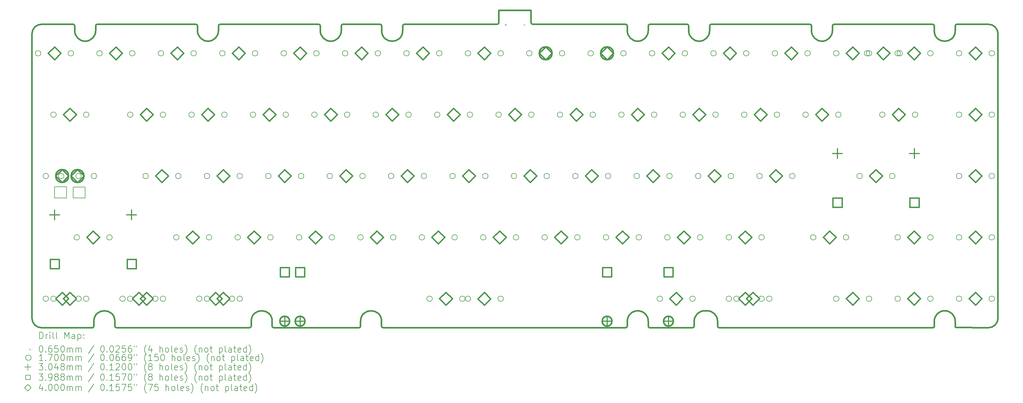
<source format=gbr>
%TF.GenerationSoftware,KiCad,Pcbnew,8.99.0-946-gf00a1ab517*%
%TF.CreationDate,2024-06-04T13:04:29+07:00*%
%TF.ProjectId,Sessantacinque65,53657373-616e-4746-9163-696e71756536,rev?*%
%TF.SameCoordinates,Original*%
%TF.FileFunction,Drillmap*%
%TF.FilePolarity,Positive*%
%FSLAX45Y45*%
G04 Gerber Fmt 4.5, Leading zero omitted, Abs format (unit mm)*
G04 Created by KiCad (PCBNEW 8.99.0-946-gf00a1ab517) date 2024-06-04 13:04:29*
%MOMM*%
%LPD*%
G01*
G04 APERTURE LIST*
%ADD10C,0.500000*%
%ADD11C,0.150000*%
%ADD12C,0.200000*%
%ADD13C,0.100000*%
%ADD14C,0.170000*%
%ADD15C,0.304800*%
%ADD16C,0.398780*%
%ADD17C,0.400000*%
G04 APERTURE END LIST*
D10*
X16292935Y5448035D02*
X17193773Y5448035D01*
X5069104Y14872025D02*
X4608707Y14872023D01*
X5501104Y14872025D02*
X5429104Y14872025D01*
X27418585Y14821893D02*
X27418585Y14669900D01*
X-91220Y10160000D02*
G75*
G02*
X-490000Y10160000I-199390J0D01*
G01*
X-490000Y10160000D02*
G75*
G02*
X-91220Y10160000I199390J0D01*
G01*
X1244104Y14872025D02*
X797891Y14872025D01*
X7668606Y14872025D02*
X5573110Y14872025D01*
X21023104Y14872025D02*
X20951104Y14872025D01*
X-928813Y5448035D02*
X-636065Y5448035D01*
X1604104Y14872025D02*
X1532104Y14872025D01*
X694005Y5498033D02*
G75*
G02*
X644007Y5448034I-49998J-1D01*
G01*
X10273730Y14670008D02*
G75*
G02*
X9623730Y14670008I-325000J0D01*
G01*
X15107104Y14872025D02*
X15035104Y14872025D01*
X28746306Y5748033D02*
G75*
G02*
X28447223Y5448035I-299996J-3D01*
G01*
X4558706Y14670009D02*
G75*
G02*
X3908707Y14670773I-325000J0D01*
G01*
X1316104Y14872025D02*
X1244104Y14872025D01*
X8535435Y5448035D02*
X8607435Y5448035D01*
X14258704Y15304000D02*
X13258704Y15304000D01*
X4558706Y14822023D02*
G75*
G02*
X4608707Y14872024I50004J-3D01*
G01*
X15788935Y5448035D02*
X15860935Y5448035D01*
X748570Y14670009D02*
G75*
G02*
X98570Y14670773I-325000J0D01*
G01*
X14258703Y14922746D02*
X14258704Y15304000D01*
X19798650Y14822023D02*
G75*
G02*
X19847971Y14872025I50020J-13D01*
G01*
X48566Y14872025D02*
X-928813Y14872023D01*
X15860935Y5448035D02*
X15932935Y5448035D01*
X20879104Y14872025D02*
X20807104Y14872025D01*
X19798650Y14822023D02*
X19798650Y14670013D01*
X-276065Y5448035D02*
X-204065Y5448035D01*
X-636065Y5448035D02*
X-564065Y5448035D01*
X8463435Y5448035D02*
X8535435Y5448035D01*
X5575588Y5498033D02*
X5575588Y5649999D01*
X17243773Y5498033D02*
X17243773Y5650013D01*
X6275586Y5448035D02*
G75*
G02*
X6225595Y5498035I4J49995D01*
G01*
X5357104Y14872025D02*
X5285104Y14872025D01*
X27418854Y5496603D02*
X27420561Y5483663D01*
X28446555Y14871892D02*
G75*
G02*
X28746312Y14571892I-246J-300002D01*
G01*
X23608786Y14670013D02*
G75*
G02*
X22958795Y14670773I-324996J-3D01*
G01*
X11273104Y14872025D02*
X11201110Y14872025D01*
X27433503Y5461251D02*
X27443857Y5453305D01*
X23608786Y14822013D02*
G75*
G02*
X23658787Y14872014I50004J-3D01*
G01*
X17243762Y14670773D02*
X17243762Y14822025D01*
X8968865Y5649999D02*
G75*
G02*
X9618865Y5649999I325000J0D01*
G01*
X16148935Y5448035D02*
X16220935Y5448035D01*
X18673666Y5651468D02*
G75*
G02*
X18368866Y5651468I-152400J0D01*
G01*
X18368866Y5651468D02*
G75*
G02*
X18673666Y5651468I152400J0D01*
G01*
X-204065Y5448035D02*
X-132056Y5448035D01*
X1388104Y14872025D02*
X1316104Y14872025D01*
X11201104Y14872025D02*
X11129104Y14872025D01*
X14819104Y14872025D02*
X14308716Y14872025D01*
X17893762Y14822023D02*
G75*
G02*
X17943247Y14872025I50008J-3D01*
G01*
X19318821Y5498033D02*
G75*
G02*
X19268821Y5448040I-50001J7D01*
G01*
X17893762Y14670013D02*
G75*
G02*
X17243759Y14670773I-325002J7D01*
G01*
X5141104Y14872025D02*
X5069104Y14872025D01*
X20096306Y5445928D02*
G75*
G02*
X20046308Y5495926I4J50002D01*
G01*
X9623728Y14822023D02*
X9623730Y14822023D01*
X26743799Y5454738D02*
X26754153Y5462684D01*
X28286465Y14872025D02*
X28223104Y14872025D01*
X10913104Y14872025D02*
X10841104Y14872025D01*
X10769104Y14872025D02*
X10323029Y14872025D01*
X15932935Y5448035D02*
X16004935Y5448035D01*
X10273730Y14822023D02*
G75*
G02*
X10323029Y14872025I50020J-13D01*
G01*
X6225588Y5649999D02*
X6225588Y5498035D01*
X1748104Y14872025D02*
X1676104Y14872025D01*
X9668867Y5448035D02*
X15788935Y5448035D01*
X19318821Y5498033D02*
X19318821Y5651433D01*
X98570Y14670773D02*
X98568Y14822023D01*
X19798650Y14670013D02*
G75*
G02*
X19148651Y14670773I-325000J-3D01*
G01*
X8368602Y14822023D02*
G75*
G02*
X8418087Y14872025I50008J-3D01*
G01*
X27425557Y5471606D02*
X27433503Y5461251D01*
X14910640Y13970000D02*
G75*
G02*
X14511860Y13970000I-199390J0D01*
G01*
X14511860Y13970000D02*
G75*
G02*
X14910640Y13970000I199390J0D01*
G01*
X20663104Y14872025D02*
X20591104Y14872025D01*
X27696387Y14872025D02*
X27468110Y14871891D01*
X-132056Y5448035D02*
X644007Y5448035D01*
X17243773Y5650013D02*
G75*
G02*
X17245745Y5685741I324607J7D01*
G01*
X19098647Y14872025D02*
X17943247Y14872025D01*
X20807104Y14872025D02*
X20735104Y14872025D01*
X-928813Y5448035D02*
G75*
G02*
X-1228814Y5748035I2J300002D01*
G01*
X8968865Y5498033D02*
X8968865Y5649999D01*
X27935104Y14872025D02*
X27863104Y14872025D01*
X17193767Y14872025D02*
G75*
G02*
X17243755Y14822025I-7J-49995D01*
G01*
X14963104Y14872025D02*
X14891104Y14872025D01*
X5573104Y14872025D02*
X5501110Y14872025D01*
X1394007Y5448035D02*
G75*
G02*
X1344011Y5497237I14J50015D01*
G01*
X1344005Y5649999D02*
X1344005Y5497237D01*
X8368602Y14822023D02*
X8368602Y14670009D01*
X8247435Y5448035D02*
X8319435Y5448035D01*
X20591104Y14872025D02*
X20519104Y14872025D01*
X5575588Y5649999D02*
G75*
G02*
X6225588Y5649999I325000J0D01*
G01*
X-564065Y5448035D02*
X-492065Y5448035D01*
X27863104Y14872025D02*
X27791104Y14872025D01*
X16076935Y5448035D02*
X16148935Y5448035D01*
X15035104Y14872025D02*
X14963104Y14872025D01*
X28746306Y5748033D02*
X28746306Y14571892D01*
X5429104Y14872025D02*
X5357104Y14872025D01*
X16004935Y5448035D02*
X16076935Y5448035D01*
X748570Y14822023D02*
G75*
G02*
X797891Y14872025I50017J-10D01*
G01*
X26762099Y5473038D02*
X26767095Y5485095D01*
X9623730Y14822023D02*
X9623730Y14670008D01*
X10841104Y14872025D02*
X10769104Y14872025D01*
X-1228814Y14572023D02*
G75*
G02*
X-928813Y14872023I300000J0D01*
G01*
X11129104Y14872025D02*
X11057104Y14872025D01*
X694005Y5498033D02*
X694005Y5649999D01*
X13258704Y15304000D02*
X13258703Y14922016D01*
X8607435Y5448035D02*
X8679435Y5448035D01*
X-348065Y5448035D02*
X-276065Y5448035D01*
X28446555Y14871892D02*
X28286465Y14872025D01*
X16815648Y13970000D02*
G75*
G02*
X16416868Y13970000I-199390J0D01*
G01*
X16416868Y13970000D02*
G75*
G02*
X16815648Y13970000I199390J0D01*
G01*
X1676104Y14872025D02*
X1604104Y14872025D01*
X23608786Y14822013D02*
X23608786Y14670013D01*
X4558706Y14822023D02*
X4558706Y14670009D01*
X17193767Y14872025D02*
X15323104Y14872025D01*
X26718588Y14871916D02*
X23658787Y14872009D01*
X17893762Y14822023D02*
X17893762Y14670013D01*
X14308716Y14872025D02*
G75*
G02*
X14258710Y14922746I4J50015D01*
G01*
X3858706Y14872025D02*
X1748104Y14872025D01*
X27443857Y5453305D02*
X28447223Y5448035D01*
X27418585Y14669900D02*
G75*
G02*
X26768585Y14669900I-325000J0D01*
G01*
X6275586Y5448035D02*
X8175435Y5448035D01*
X17893773Y5647932D02*
X17893773Y5495952D01*
X26754153Y5462684D02*
X26762099Y5473038D01*
X17251868Y5722087D02*
G75*
G02*
X17893781Y5647932I316912J-72087D01*
G01*
X22908786Y14872025D02*
X21023104Y14872025D01*
X694005Y5649999D02*
G75*
G02*
X1344005Y5649999I325000J0D01*
G01*
X28007104Y14872025D02*
X27935104Y14872025D01*
X8368602Y14670009D02*
G75*
G02*
X7718599Y14670773I-325002J1D01*
G01*
X26718802Y5448035D02*
X26731741Y5449741D01*
X20519104Y14872025D02*
X19847971Y14872025D01*
X15179104Y14872025D02*
X15107104Y14872025D01*
X9668867Y5448035D02*
G75*
G02*
X9618871Y5497243I14J50015D01*
G01*
X16768586Y5651500D02*
G75*
G02*
X16463786Y5651500I-152400J0D01*
G01*
X16463786Y5651500D02*
G75*
G02*
X16768586Y5651500I152400J0D01*
G01*
X48566Y14872025D02*
G75*
G02*
X98568Y14822023I0J-50002D01*
G01*
X20096306Y5445928D02*
X26718802Y5448035D01*
X19643676Y5974999D02*
X19721297Y5974999D01*
X5285104Y14872025D02*
X5213104Y14872025D01*
X8968865Y5498033D02*
G75*
G02*
X8918867Y5448035I-49995J-3D01*
G01*
X-420065Y5448035D02*
X-348065Y5448035D01*
X27719104Y14872025D02*
X27696387Y14872025D01*
X13208703Y14872025D02*
X11273110Y14872025D01*
X28151104Y14872025D02*
X28079104Y14872025D01*
X26768802Y5651435D02*
G75*
G02*
X27093844Y5977092I323288J2365D01*
G01*
X6767336Y5651500D02*
G75*
G02*
X6462536Y5651500I-152400J0D01*
G01*
X6462536Y5651500D02*
G75*
G02*
X6767336Y5651500I152400J0D01*
G01*
X1532104Y14872025D02*
X1460104Y14872025D01*
X27420561Y5483663D02*
X27425557Y5471606D01*
X7718602Y14670773D02*
X7718602Y14822025D01*
X3908706Y14670773D02*
X3908706Y14822502D01*
X20951104Y14872025D02*
X20879104Y14872025D01*
X7243618Y5651468D02*
G75*
G02*
X6938818Y5651468I-152400J0D01*
G01*
X6938818Y5651468D02*
G75*
G02*
X7243618Y5651468I152400J0D01*
G01*
X27418854Y5650003D02*
X27418854Y5496603D01*
X20046306Y5647906D02*
X20046306Y5495926D01*
X15251104Y14872025D02*
X15179104Y14872025D01*
X16220935Y5448035D02*
X16292935Y5448035D01*
X17943773Y5445954D02*
X19268821Y5448035D01*
X26768585Y14669900D02*
X26768585Y14821916D01*
X22958786Y14670773D02*
X22958786Y14822502D01*
X5213104Y14872025D02*
X5141104Y14872025D01*
X8391435Y5448035D02*
X8463435Y5448035D01*
X19318821Y5651433D02*
G75*
G02*
X19643676Y5975000I324290J-723D01*
G01*
X22908786Y14872025D02*
G75*
G02*
X22958792Y14822502I4J-50005D01*
G01*
X3858706Y14872025D02*
G75*
G02*
X3908712Y14822502I4J-50005D01*
G01*
X1460104Y14872025D02*
X1388104Y14872025D01*
X17245768Y5686159D02*
X17251868Y5722087D01*
X10273730Y14822023D02*
X10273730Y14670008D01*
X26768802Y5498035D02*
X26768802Y5651435D01*
X9573727Y14872025D02*
X8418087Y14872025D01*
X1394007Y5448035D02*
X5525588Y5448035D01*
X20735104Y14872025D02*
X20663110Y14872025D01*
X11057104Y14872025D02*
X10985104Y14872025D01*
X28223104Y14872025D02*
X28151104Y14872025D01*
X13258703Y14922016D02*
G75*
G02*
X13208703Y14872017I-50003J4D01*
G01*
X8175435Y5448035D02*
X8247435Y5448035D01*
X17245745Y5685741D02*
X17245768Y5686159D01*
X26731741Y5449741D02*
X26743799Y5454738D01*
X748570Y14822023D02*
X748570Y14670009D01*
X-492065Y5448035D02*
X-420058Y5448035D01*
X15323104Y14872025D02*
X15251104Y14872025D01*
X7668606Y14872025D02*
G75*
G02*
X7718595Y14822025I-7J-49995D01*
G01*
X384780Y10159000D02*
G75*
G02*
X-14000Y10159000I-199390J0D01*
G01*
X-14000Y10159000D02*
G75*
G02*
X384780Y10159000I199390J0D01*
G01*
X5575588Y5498033D02*
G75*
G02*
X5525588Y5448042I-49998J7D01*
G01*
X10985104Y14872025D02*
X10913104Y14872025D01*
X17243773Y5498033D02*
G75*
G02*
X17193773Y5448027I-50003J-3D01*
G01*
X27418585Y14821893D02*
G75*
G02*
X27468110Y14871892I50005J-3D01*
G01*
X8319435Y5448035D02*
X8391435Y5448035D01*
X26767095Y5485095D02*
X26768802Y5498035D01*
X19721297Y5974999D02*
G75*
G02*
X20046313Y5647906I4J-325019D01*
G01*
X9618865Y5649999D02*
X9618865Y5497243D01*
X14891104Y14872025D02*
X14819104Y14872025D01*
X19148650Y14670773D02*
X19148648Y14822023D01*
X27093844Y5977096D02*
G75*
G02*
X27418849Y5650003I-4J-325016D01*
G01*
X27791104Y14872025D02*
X27719104Y14872025D01*
X-1228814Y14572023D02*
X-1228814Y5748035D01*
X8679435Y5448035D02*
X8918867Y5448035D01*
X28079104Y14872025D02*
X28007104Y14872025D01*
X9573727Y14872025D02*
G75*
G02*
X9623735Y14822023I4J-50005D01*
G01*
X26718588Y14871916D02*
G75*
G02*
X26768586Y14821916I-8J-50007D01*
G01*
X17943773Y5445954D02*
G75*
G02*
X17893774Y5495952I-3J49996D01*
G01*
X19098647Y14872025D02*
G75*
G02*
X19148655Y14822023I4J-50005D01*
G01*
D11*
X45390Y9481000D02*
X45390Y9821000D01*
X425390Y9821000D02*
X45390Y9821000D01*
X425390Y9481000D02*
X45390Y9481000D01*
X425390Y9481000D02*
X425390Y9821000D01*
X-530610Y9482000D02*
X-530610Y9822000D01*
X-150610Y9822000D02*
X-530610Y9822000D01*
X-150610Y9482000D02*
X-530610Y9482000D01*
X-150610Y9482000D02*
X-150610Y9822000D01*
D12*
D13*
X13437750Y14891500D02*
X13502750Y14826500D01*
X13502750Y14891500D02*
X13437750Y14826500D01*
X13437750Y14891500D02*
X13502750Y14826500D01*
X13502750Y14891500D02*
X13437750Y14826500D01*
X14015750Y14891500D02*
X14080750Y14826500D01*
X14080750Y14891500D02*
X14015750Y14826500D01*
X14015750Y14891500D02*
X14080750Y14826500D01*
X14080750Y14891500D02*
X14015750Y14826500D01*
D14*
X-951750Y13970000D02*
G75*
G02*
X-1121750Y13970000I-85000J0D01*
G01*
X-1121750Y13970000D02*
G75*
G02*
X-951750Y13970000I85000J0D01*
G01*
X-713650Y10160000D02*
G75*
G02*
X-883650Y10160000I-85000J0D01*
G01*
X-883650Y10160000D02*
G75*
G02*
X-713650Y10160000I85000J0D01*
G01*
X-713650Y6350000D02*
G75*
G02*
X-883650Y6350000I-85000J0D01*
G01*
X-883650Y6350000D02*
G75*
G02*
X-713650Y6350000I85000J0D01*
G01*
X-475450Y12065000D02*
G75*
G02*
X-645450Y12065000I-85000J0D01*
G01*
X-645450Y12065000D02*
G75*
G02*
X-475450Y12065000I85000J0D01*
G01*
X-475450Y6350000D02*
G75*
G02*
X-645450Y6350000I-85000J0D01*
G01*
X-645450Y6350000D02*
G75*
G02*
X-475450Y6350000I85000J0D01*
G01*
X-237350Y10160000D02*
G75*
G02*
X-407350Y10160000I-85000J0D01*
G01*
X-407350Y10160000D02*
G75*
G02*
X-237350Y10160000I85000J0D01*
G01*
X64250Y13970000D02*
G75*
G02*
X-105750Y13970000I-85000J0D01*
G01*
X-105750Y13970000D02*
G75*
G02*
X64250Y13970000I85000J0D01*
G01*
X246310Y8255000D02*
G75*
G02*
X76310Y8255000I-85000J0D01*
G01*
X76310Y8255000D02*
G75*
G02*
X246310Y8255000I85000J0D01*
G01*
X302350Y10160000D02*
G75*
G02*
X132350Y10160000I-85000J0D01*
G01*
X132350Y10160000D02*
G75*
G02*
X302350Y10160000I85000J0D01*
G01*
X302350Y6350000D02*
G75*
G02*
X132350Y6350000I-85000J0D01*
G01*
X132350Y6350000D02*
G75*
G02*
X302350Y6350000I85000J0D01*
G01*
X540550Y12065000D02*
G75*
G02*
X370550Y12065000I-85000J0D01*
G01*
X370550Y12065000D02*
G75*
G02*
X540550Y12065000I85000J0D01*
G01*
X540550Y6350000D02*
G75*
G02*
X370550Y6350000I-85000J0D01*
G01*
X370550Y6350000D02*
G75*
G02*
X540550Y6350000I85000J0D01*
G01*
X778650Y10160000D02*
G75*
G02*
X608650Y10160000I-85000J0D01*
G01*
X608650Y10160000D02*
G75*
G02*
X778650Y10160000I85000J0D01*
G01*
X953250Y13970000D02*
G75*
G02*
X783250Y13970000I-85000J0D01*
G01*
X783250Y13970000D02*
G75*
G02*
X953250Y13970000I85000J0D01*
G01*
X1262310Y8255000D02*
G75*
G02*
X1092310Y8255000I-85000J0D01*
G01*
X1092310Y8255000D02*
G75*
G02*
X1262310Y8255000I85000J0D01*
G01*
X1667600Y6350000D02*
G75*
G02*
X1497600Y6350000I-85000J0D01*
G01*
X1497600Y6350000D02*
G75*
G02*
X1667600Y6350000I85000J0D01*
G01*
X1905750Y12065000D02*
G75*
G02*
X1735750Y12065000I-85000J0D01*
G01*
X1735750Y12065000D02*
G75*
G02*
X1905750Y12065000I85000J0D01*
G01*
X1905750Y6350000D02*
G75*
G02*
X1735750Y6350000I-85000J0D01*
G01*
X1735750Y6350000D02*
G75*
G02*
X1905750Y6350000I85000J0D01*
G01*
X1969250Y13970000D02*
G75*
G02*
X1799250Y13970000I-85000J0D01*
G01*
X1799250Y13970000D02*
G75*
G02*
X1969250Y13970000I85000J0D01*
G01*
X2382000Y10160000D02*
G75*
G02*
X2212000Y10160000I-85000J0D01*
G01*
X2212000Y10160000D02*
G75*
G02*
X2382000Y10160000I85000J0D01*
G01*
X2683600Y6350000D02*
G75*
G02*
X2513600Y6350000I-85000J0D01*
G01*
X2513600Y6350000D02*
G75*
G02*
X2683600Y6350000I85000J0D01*
G01*
X2858250Y13970000D02*
G75*
G02*
X2688250Y13970000I-85000J0D01*
G01*
X2688250Y13970000D02*
G75*
G02*
X2858250Y13970000I85000J0D01*
G01*
X2921750Y12065000D02*
G75*
G02*
X2751750Y12065000I-85000J0D01*
G01*
X2751750Y12065000D02*
G75*
G02*
X2921750Y12065000I85000J0D01*
G01*
X2921750Y6350000D02*
G75*
G02*
X2751750Y6350000I-85000J0D01*
G01*
X2751750Y6350000D02*
G75*
G02*
X2921750Y6350000I85000J0D01*
G01*
X3334500Y8255000D02*
G75*
G02*
X3164500Y8255000I-85000J0D01*
G01*
X3164500Y8255000D02*
G75*
G02*
X3334500Y8255000I85000J0D01*
G01*
X3398000Y10160000D02*
G75*
G02*
X3228000Y10160000I-85000J0D01*
G01*
X3228000Y10160000D02*
G75*
G02*
X3398000Y10160000I85000J0D01*
G01*
X3810750Y12065000D02*
G75*
G02*
X3640750Y12065000I-85000J0D01*
G01*
X3640750Y12065000D02*
G75*
G02*
X3810750Y12065000I85000J0D01*
G01*
X3874250Y13970000D02*
G75*
G02*
X3704250Y13970000I-85000J0D01*
G01*
X3704250Y13970000D02*
G75*
G02*
X3874250Y13970000I85000J0D01*
G01*
X4048850Y6350000D02*
G75*
G02*
X3878850Y6350000I-85000J0D01*
G01*
X3878850Y6350000D02*
G75*
G02*
X4048850Y6350000I85000J0D01*
G01*
X4287000Y10160000D02*
G75*
G02*
X4117000Y10160000I-85000J0D01*
G01*
X4117000Y10160000D02*
G75*
G02*
X4287000Y10160000I85000J0D01*
G01*
X4287050Y6350000D02*
G75*
G02*
X4117050Y6350000I-85000J0D01*
G01*
X4117050Y6350000D02*
G75*
G02*
X4287050Y6350000I85000J0D01*
G01*
X4350500Y8255000D02*
G75*
G02*
X4180500Y8255000I-85000J0D01*
G01*
X4180500Y8255000D02*
G75*
G02*
X4350500Y8255000I85000J0D01*
G01*
X4763250Y13970000D02*
G75*
G02*
X4593250Y13970000I-85000J0D01*
G01*
X4593250Y13970000D02*
G75*
G02*
X4763250Y13970000I85000J0D01*
G01*
X4826750Y12065000D02*
G75*
G02*
X4656750Y12065000I-85000J0D01*
G01*
X4656750Y12065000D02*
G75*
G02*
X4826750Y12065000I85000J0D01*
G01*
X5064850Y6350000D02*
G75*
G02*
X4894850Y6350000I-85000J0D01*
G01*
X4894850Y6350000D02*
G75*
G02*
X5064850Y6350000I85000J0D01*
G01*
X5239500Y8255000D02*
G75*
G02*
X5069500Y8255000I-85000J0D01*
G01*
X5069500Y8255000D02*
G75*
G02*
X5239500Y8255000I85000J0D01*
G01*
X5303000Y10160000D02*
G75*
G02*
X5133000Y10160000I-85000J0D01*
G01*
X5133000Y10160000D02*
G75*
G02*
X5303000Y10160000I85000J0D01*
G01*
X5303050Y6350000D02*
G75*
G02*
X5133050Y6350000I-85000J0D01*
G01*
X5133050Y6350000D02*
G75*
G02*
X5303050Y6350000I85000J0D01*
G01*
X5715750Y12065000D02*
G75*
G02*
X5545750Y12065000I-85000J0D01*
G01*
X5545750Y12065000D02*
G75*
G02*
X5715750Y12065000I85000J0D01*
G01*
X5779250Y13970000D02*
G75*
G02*
X5609250Y13970000I-85000J0D01*
G01*
X5609250Y13970000D02*
G75*
G02*
X5779250Y13970000I85000J0D01*
G01*
X6192000Y10160000D02*
G75*
G02*
X6022000Y10160000I-85000J0D01*
G01*
X6022000Y10160000D02*
G75*
G02*
X6192000Y10160000I85000J0D01*
G01*
X6255500Y8255000D02*
G75*
G02*
X6085500Y8255000I-85000J0D01*
G01*
X6085500Y8255000D02*
G75*
G02*
X6255500Y8255000I85000J0D01*
G01*
X6668250Y13970000D02*
G75*
G02*
X6498250Y13970000I-85000J0D01*
G01*
X6498250Y13970000D02*
G75*
G02*
X6668250Y13970000I85000J0D01*
G01*
X6731750Y12065000D02*
G75*
G02*
X6561750Y12065000I-85000J0D01*
G01*
X6561750Y12065000D02*
G75*
G02*
X6731750Y12065000I85000J0D01*
G01*
X7144500Y8255000D02*
G75*
G02*
X6974500Y8255000I-85000J0D01*
G01*
X6974500Y8255000D02*
G75*
G02*
X7144500Y8255000I85000J0D01*
G01*
X7208000Y10160000D02*
G75*
G02*
X7038000Y10160000I-85000J0D01*
G01*
X7038000Y10160000D02*
G75*
G02*
X7208000Y10160000I85000J0D01*
G01*
X7620750Y12065000D02*
G75*
G02*
X7450750Y12065000I-85000J0D01*
G01*
X7450750Y12065000D02*
G75*
G02*
X7620750Y12065000I85000J0D01*
G01*
X7684250Y13970000D02*
G75*
G02*
X7514250Y13970000I-85000J0D01*
G01*
X7514250Y13970000D02*
G75*
G02*
X7684250Y13970000I85000J0D01*
G01*
X8097000Y10160000D02*
G75*
G02*
X7927000Y10160000I-85000J0D01*
G01*
X7927000Y10160000D02*
G75*
G02*
X8097000Y10160000I85000J0D01*
G01*
X8160500Y8255000D02*
G75*
G02*
X7990500Y8255000I-85000J0D01*
G01*
X7990500Y8255000D02*
G75*
G02*
X8160500Y8255000I85000J0D01*
G01*
X8573250Y13970000D02*
G75*
G02*
X8403250Y13970000I-85000J0D01*
G01*
X8403250Y13970000D02*
G75*
G02*
X8573250Y13970000I85000J0D01*
G01*
X8636750Y12065000D02*
G75*
G02*
X8466750Y12065000I-85000J0D01*
G01*
X8466750Y12065000D02*
G75*
G02*
X8636750Y12065000I85000J0D01*
G01*
X9049500Y8255000D02*
G75*
G02*
X8879500Y8255000I-85000J0D01*
G01*
X8879500Y8255000D02*
G75*
G02*
X9049500Y8255000I85000J0D01*
G01*
X9113000Y10160000D02*
G75*
G02*
X8943000Y10160000I-85000J0D01*
G01*
X8943000Y10160000D02*
G75*
G02*
X9113000Y10160000I85000J0D01*
G01*
X9525750Y12065000D02*
G75*
G02*
X9355750Y12065000I-85000J0D01*
G01*
X9355750Y12065000D02*
G75*
G02*
X9525750Y12065000I85000J0D01*
G01*
X9589250Y13970000D02*
G75*
G02*
X9419250Y13970000I-85000J0D01*
G01*
X9419250Y13970000D02*
G75*
G02*
X9589250Y13970000I85000J0D01*
G01*
X10002000Y10160000D02*
G75*
G02*
X9832000Y10160000I-85000J0D01*
G01*
X9832000Y10160000D02*
G75*
G02*
X10002000Y10160000I85000J0D01*
G01*
X10065500Y8255000D02*
G75*
G02*
X9895500Y8255000I-85000J0D01*
G01*
X9895500Y8255000D02*
G75*
G02*
X10065500Y8255000I85000J0D01*
G01*
X10478250Y13970000D02*
G75*
G02*
X10308250Y13970000I-85000J0D01*
G01*
X10308250Y13970000D02*
G75*
G02*
X10478250Y13970000I85000J0D01*
G01*
X10541750Y12065000D02*
G75*
G02*
X10371750Y12065000I-85000J0D01*
G01*
X10371750Y12065000D02*
G75*
G02*
X10541750Y12065000I85000J0D01*
G01*
X10954500Y8255000D02*
G75*
G02*
X10784500Y8255000I-85000J0D01*
G01*
X10784500Y8255000D02*
G75*
G02*
X10954500Y8255000I85000J0D01*
G01*
X11018000Y10160000D02*
G75*
G02*
X10848000Y10160000I-85000J0D01*
G01*
X10848000Y10160000D02*
G75*
G02*
X11018000Y10160000I85000J0D01*
G01*
X11192600Y6350000D02*
G75*
G02*
X11022600Y6350000I-85000J0D01*
G01*
X11022600Y6350000D02*
G75*
G02*
X11192600Y6350000I85000J0D01*
G01*
X11430750Y12065000D02*
G75*
G02*
X11260750Y12065000I-85000J0D01*
G01*
X11260750Y12065000D02*
G75*
G02*
X11430750Y12065000I85000J0D01*
G01*
X11494250Y13970000D02*
G75*
G02*
X11324250Y13970000I-85000J0D01*
G01*
X11324250Y13970000D02*
G75*
G02*
X11494250Y13970000I85000J0D01*
G01*
X11907000Y10160000D02*
G75*
G02*
X11737000Y10160000I-85000J0D01*
G01*
X11737000Y10160000D02*
G75*
G02*
X11907000Y10160000I85000J0D01*
G01*
X11970500Y8255000D02*
G75*
G02*
X11800500Y8255000I-85000J0D01*
G01*
X11800500Y8255000D02*
G75*
G02*
X11970500Y8255000I85000J0D01*
G01*
X12208600Y6350000D02*
G75*
G02*
X12038600Y6350000I-85000J0D01*
G01*
X12038600Y6350000D02*
G75*
G02*
X12208600Y6350000I85000J0D01*
G01*
X12382250Y6349500D02*
G75*
G02*
X12212250Y6349500I-85000J0D01*
G01*
X12212250Y6349500D02*
G75*
G02*
X12382250Y6349500I85000J0D01*
G01*
X12383250Y13970000D02*
G75*
G02*
X12213250Y13970000I-85000J0D01*
G01*
X12213250Y13970000D02*
G75*
G02*
X12383250Y13970000I85000J0D01*
G01*
X12446750Y12065000D02*
G75*
G02*
X12276750Y12065000I-85000J0D01*
G01*
X12276750Y12065000D02*
G75*
G02*
X12446750Y12065000I85000J0D01*
G01*
X12859500Y8255000D02*
G75*
G02*
X12689500Y8255000I-85000J0D01*
G01*
X12689500Y8255000D02*
G75*
G02*
X12859500Y8255000I85000J0D01*
G01*
X12923000Y10160000D02*
G75*
G02*
X12753000Y10160000I-85000J0D01*
G01*
X12753000Y10160000D02*
G75*
G02*
X12923000Y10160000I85000J0D01*
G01*
X13335750Y12065000D02*
G75*
G02*
X13165750Y12065000I-85000J0D01*
G01*
X13165750Y12065000D02*
G75*
G02*
X13335750Y12065000I85000J0D01*
G01*
X13398250Y6349500D02*
G75*
G02*
X13228250Y6349500I-85000J0D01*
G01*
X13228250Y6349500D02*
G75*
G02*
X13398250Y6349500I85000J0D01*
G01*
X13399250Y13970000D02*
G75*
G02*
X13229250Y13970000I-85000J0D01*
G01*
X13229250Y13970000D02*
G75*
G02*
X13399250Y13970000I85000J0D01*
G01*
X13812000Y10160000D02*
G75*
G02*
X13642000Y10160000I-85000J0D01*
G01*
X13642000Y10160000D02*
G75*
G02*
X13812000Y10160000I85000J0D01*
G01*
X13875500Y8255000D02*
G75*
G02*
X13705500Y8255000I-85000J0D01*
G01*
X13705500Y8255000D02*
G75*
G02*
X13875500Y8255000I85000J0D01*
G01*
X14288250Y13970000D02*
G75*
G02*
X14118250Y13970000I-85000J0D01*
G01*
X14118250Y13970000D02*
G75*
G02*
X14288250Y13970000I85000J0D01*
G01*
X14351750Y12065000D02*
G75*
G02*
X14181750Y12065000I-85000J0D01*
G01*
X14181750Y12065000D02*
G75*
G02*
X14351750Y12065000I85000J0D01*
G01*
X14764500Y8255000D02*
G75*
G02*
X14594500Y8255000I-85000J0D01*
G01*
X14594500Y8255000D02*
G75*
G02*
X14764500Y8255000I85000J0D01*
G01*
X14828000Y10160000D02*
G75*
G02*
X14658000Y10160000I-85000J0D01*
G01*
X14658000Y10160000D02*
G75*
G02*
X14828000Y10160000I85000J0D01*
G01*
X15240750Y12065000D02*
G75*
G02*
X15070750Y12065000I-85000J0D01*
G01*
X15070750Y12065000D02*
G75*
G02*
X15240750Y12065000I85000J0D01*
G01*
X15304250Y13970000D02*
G75*
G02*
X15134250Y13970000I-85000J0D01*
G01*
X15134250Y13970000D02*
G75*
G02*
X15304250Y13970000I85000J0D01*
G01*
X15717000Y10160000D02*
G75*
G02*
X15547000Y10160000I-85000J0D01*
G01*
X15547000Y10160000D02*
G75*
G02*
X15717000Y10160000I85000J0D01*
G01*
X15780500Y8255000D02*
G75*
G02*
X15610500Y8255000I-85000J0D01*
G01*
X15610500Y8255000D02*
G75*
G02*
X15780500Y8255000I85000J0D01*
G01*
X16193250Y13970000D02*
G75*
G02*
X16023250Y13970000I-85000J0D01*
G01*
X16023250Y13970000D02*
G75*
G02*
X16193250Y13970000I85000J0D01*
G01*
X16256750Y12065000D02*
G75*
G02*
X16086750Y12065000I-85000J0D01*
G01*
X16086750Y12065000D02*
G75*
G02*
X16256750Y12065000I85000J0D01*
G01*
X16669500Y8255000D02*
G75*
G02*
X16499500Y8255000I-85000J0D01*
G01*
X16499500Y8255000D02*
G75*
G02*
X16669500Y8255000I85000J0D01*
G01*
X16733000Y10160000D02*
G75*
G02*
X16563000Y10160000I-85000J0D01*
G01*
X16563000Y10160000D02*
G75*
G02*
X16733000Y10160000I85000J0D01*
G01*
X17145750Y12065000D02*
G75*
G02*
X16975750Y12065000I-85000J0D01*
G01*
X16975750Y12065000D02*
G75*
G02*
X17145750Y12065000I85000J0D01*
G01*
X17209250Y13970000D02*
G75*
G02*
X17039250Y13970000I-85000J0D01*
G01*
X17039250Y13970000D02*
G75*
G02*
X17209250Y13970000I85000J0D01*
G01*
X17622000Y10160000D02*
G75*
G02*
X17452000Y10160000I-85000J0D01*
G01*
X17452000Y10160000D02*
G75*
G02*
X17622000Y10160000I85000J0D01*
G01*
X17685500Y8255000D02*
G75*
G02*
X17515500Y8255000I-85000J0D01*
G01*
X17515500Y8255000D02*
G75*
G02*
X17685500Y8255000I85000J0D01*
G01*
X18098250Y13970000D02*
G75*
G02*
X17928250Y13970000I-85000J0D01*
G01*
X17928250Y13970000D02*
G75*
G02*
X18098250Y13970000I85000J0D01*
G01*
X18161750Y12065000D02*
G75*
G02*
X17991750Y12065000I-85000J0D01*
G01*
X17991750Y12065000D02*
G75*
G02*
X18161750Y12065000I85000J0D01*
G01*
X18336350Y6350000D02*
G75*
G02*
X18166350Y6350000I-85000J0D01*
G01*
X18166350Y6350000D02*
G75*
G02*
X18336350Y6350000I85000J0D01*
G01*
X18574500Y8255000D02*
G75*
G02*
X18404500Y8255000I-85000J0D01*
G01*
X18404500Y8255000D02*
G75*
G02*
X18574500Y8255000I85000J0D01*
G01*
X18638000Y10160000D02*
G75*
G02*
X18468000Y10160000I-85000J0D01*
G01*
X18468000Y10160000D02*
G75*
G02*
X18638000Y10160000I85000J0D01*
G01*
X19050750Y12065000D02*
G75*
G02*
X18880750Y12065000I-85000J0D01*
G01*
X18880750Y12065000D02*
G75*
G02*
X19050750Y12065000I85000J0D01*
G01*
X19114250Y13970000D02*
G75*
G02*
X18944250Y13970000I-85000J0D01*
G01*
X18944250Y13970000D02*
G75*
G02*
X19114250Y13970000I85000J0D01*
G01*
X19352350Y6350000D02*
G75*
G02*
X19182350Y6350000I-85000J0D01*
G01*
X19182350Y6350000D02*
G75*
G02*
X19352350Y6350000I85000J0D01*
G01*
X19527000Y10160000D02*
G75*
G02*
X19357000Y10160000I-85000J0D01*
G01*
X19357000Y10160000D02*
G75*
G02*
X19527000Y10160000I85000J0D01*
G01*
X19590500Y8255000D02*
G75*
G02*
X19420500Y8255000I-85000J0D01*
G01*
X19420500Y8255000D02*
G75*
G02*
X19590500Y8255000I85000J0D01*
G01*
X20003250Y13970000D02*
G75*
G02*
X19833250Y13970000I-85000J0D01*
G01*
X19833250Y13970000D02*
G75*
G02*
X20003250Y13970000I85000J0D01*
G01*
X20066750Y12065000D02*
G75*
G02*
X19896750Y12065000I-85000J0D01*
G01*
X19896750Y12065000D02*
G75*
G02*
X20066750Y12065000I85000J0D01*
G01*
X20479500Y8255000D02*
G75*
G02*
X20309500Y8255000I-85000J0D01*
G01*
X20309500Y8255000D02*
G75*
G02*
X20479500Y8255000I85000J0D01*
G01*
X20479550Y6350000D02*
G75*
G02*
X20309550Y6350000I-85000J0D01*
G01*
X20309550Y6350000D02*
G75*
G02*
X20479550Y6350000I85000J0D01*
G01*
X20543000Y10160000D02*
G75*
G02*
X20373000Y10160000I-85000J0D01*
G01*
X20373000Y10160000D02*
G75*
G02*
X20543000Y10160000I85000J0D01*
G01*
X20717600Y6350000D02*
G75*
G02*
X20547600Y6350000I-85000J0D01*
G01*
X20547600Y6350000D02*
G75*
G02*
X20717600Y6350000I85000J0D01*
G01*
X20955750Y12065000D02*
G75*
G02*
X20785750Y12065000I-85000J0D01*
G01*
X20785750Y12065000D02*
G75*
G02*
X20955750Y12065000I85000J0D01*
G01*
X21019250Y13970000D02*
G75*
G02*
X20849250Y13970000I-85000J0D01*
G01*
X20849250Y13970000D02*
G75*
G02*
X21019250Y13970000I85000J0D01*
G01*
X21432000Y10160000D02*
G75*
G02*
X21262000Y10160000I-85000J0D01*
G01*
X21262000Y10160000D02*
G75*
G02*
X21432000Y10160000I85000J0D01*
G01*
X21495500Y8255000D02*
G75*
G02*
X21325500Y8255000I-85000J0D01*
G01*
X21325500Y8255000D02*
G75*
G02*
X21495500Y8255000I85000J0D01*
G01*
X21495550Y6350000D02*
G75*
G02*
X21325550Y6350000I-85000J0D01*
G01*
X21325550Y6350000D02*
G75*
G02*
X21495550Y6350000I85000J0D01*
G01*
X21733600Y6350000D02*
G75*
G02*
X21563600Y6350000I-85000J0D01*
G01*
X21563600Y6350000D02*
G75*
G02*
X21733600Y6350000I85000J0D01*
G01*
X21908250Y13970000D02*
G75*
G02*
X21738250Y13970000I-85000J0D01*
G01*
X21738250Y13970000D02*
G75*
G02*
X21908250Y13970000I85000J0D01*
G01*
X21971750Y12065000D02*
G75*
G02*
X21801750Y12065000I-85000J0D01*
G01*
X21801750Y12065000D02*
G75*
G02*
X21971750Y12065000I85000J0D01*
G01*
X22448000Y10160000D02*
G75*
G02*
X22278000Y10160000I-85000J0D01*
G01*
X22278000Y10160000D02*
G75*
G02*
X22448000Y10160000I85000J0D01*
G01*
X22860750Y12065000D02*
G75*
G02*
X22690750Y12065000I-85000J0D01*
G01*
X22690750Y12065000D02*
G75*
G02*
X22860750Y12065000I85000J0D01*
G01*
X22924250Y13970000D02*
G75*
G02*
X22754250Y13970000I-85000J0D01*
G01*
X22754250Y13970000D02*
G75*
G02*
X22924250Y13970000I85000J0D01*
G01*
X23098900Y8255000D02*
G75*
G02*
X22928900Y8255000I-85000J0D01*
G01*
X22928900Y8255000D02*
G75*
G02*
X23098900Y8255000I85000J0D01*
G01*
X23813250Y13970000D02*
G75*
G02*
X23643250Y13970000I-85000J0D01*
G01*
X23643250Y13970000D02*
G75*
G02*
X23813250Y13970000I85000J0D01*
G01*
X23813250Y6350000D02*
G75*
G02*
X23643250Y6350000I-85000J0D01*
G01*
X23643250Y6350000D02*
G75*
G02*
X23813250Y6350000I85000J0D01*
G01*
X23876750Y12065000D02*
G75*
G02*
X23706750Y12065000I-85000J0D01*
G01*
X23706750Y12065000D02*
G75*
G02*
X23876750Y12065000I85000J0D01*
G01*
X24114900Y8255000D02*
G75*
G02*
X23944900Y8255000I-85000J0D01*
G01*
X23944900Y8255000D02*
G75*
G02*
X24114900Y8255000I85000J0D01*
G01*
X24535060Y10160000D02*
G75*
G02*
X24365060Y10160000I-85000J0D01*
G01*
X24365060Y10160000D02*
G75*
G02*
X24535060Y10160000I85000J0D01*
G01*
X24765750Y13970000D02*
G75*
G02*
X24595750Y13970000I-85000J0D01*
G01*
X24595750Y13970000D02*
G75*
G02*
X24765750Y13970000I85000J0D01*
G01*
X24829250Y13970000D02*
G75*
G02*
X24659250Y13970000I-85000J0D01*
G01*
X24659250Y13970000D02*
G75*
G02*
X24829250Y13970000I85000J0D01*
G01*
X24829250Y6350000D02*
G75*
G02*
X24659250Y6350000I-85000J0D01*
G01*
X24659250Y6350000D02*
G75*
G02*
X24829250Y6350000I85000J0D01*
G01*
X25242050Y12065000D02*
G75*
G02*
X25072050Y12065000I-85000J0D01*
G01*
X25072050Y12065000D02*
G75*
G02*
X25242050Y12065000I85000J0D01*
G01*
X25551060Y10160000D02*
G75*
G02*
X25381060Y10160000I-85000J0D01*
G01*
X25381060Y10160000D02*
G75*
G02*
X25551060Y10160000I85000J0D01*
G01*
X25718250Y13970000D02*
G75*
G02*
X25548250Y13970000I-85000J0D01*
G01*
X25548250Y13970000D02*
G75*
G02*
X25718250Y13970000I85000J0D01*
G01*
X25718250Y8255000D02*
G75*
G02*
X25548250Y8255000I-85000J0D01*
G01*
X25548250Y8255000D02*
G75*
G02*
X25718250Y8255000I85000J0D01*
G01*
X25718250Y6350000D02*
G75*
G02*
X25548250Y6350000I-85000J0D01*
G01*
X25548250Y6350000D02*
G75*
G02*
X25718250Y6350000I85000J0D01*
G01*
X25781750Y13970000D02*
G75*
G02*
X25611750Y13970000I-85000J0D01*
G01*
X25611750Y13970000D02*
G75*
G02*
X25781750Y13970000I85000J0D01*
G01*
X26258050Y12065000D02*
G75*
G02*
X26088050Y12065000I-85000J0D01*
G01*
X26088050Y12065000D02*
G75*
G02*
X26258050Y12065000I85000J0D01*
G01*
X26734250Y13970000D02*
G75*
G02*
X26564250Y13970000I-85000J0D01*
G01*
X26564250Y13970000D02*
G75*
G02*
X26734250Y13970000I85000J0D01*
G01*
X26734250Y8255000D02*
G75*
G02*
X26564250Y8255000I-85000J0D01*
G01*
X26564250Y8255000D02*
G75*
G02*
X26734250Y8255000I85000J0D01*
G01*
X26734250Y6350000D02*
G75*
G02*
X26564250Y6350000I-85000J0D01*
G01*
X26564250Y6350000D02*
G75*
G02*
X26734250Y6350000I85000J0D01*
G01*
X27623250Y13970000D02*
G75*
G02*
X27453250Y13970000I-85000J0D01*
G01*
X27453250Y13970000D02*
G75*
G02*
X27623250Y13970000I85000J0D01*
G01*
X27623250Y12065000D02*
G75*
G02*
X27453250Y12065000I-85000J0D01*
G01*
X27453250Y12065000D02*
G75*
G02*
X27623250Y12065000I85000J0D01*
G01*
X27623250Y10160000D02*
G75*
G02*
X27453250Y10160000I-85000J0D01*
G01*
X27453250Y10160000D02*
G75*
G02*
X27623250Y10160000I85000J0D01*
G01*
X27623250Y8255000D02*
G75*
G02*
X27453250Y8255000I-85000J0D01*
G01*
X27453250Y8255000D02*
G75*
G02*
X27623250Y8255000I85000J0D01*
G01*
X27623250Y6350000D02*
G75*
G02*
X27453250Y6350000I-85000J0D01*
G01*
X27453250Y6350000D02*
G75*
G02*
X27623250Y6350000I85000J0D01*
G01*
X28639250Y13970000D02*
G75*
G02*
X28469250Y13970000I-85000J0D01*
G01*
X28469250Y13970000D02*
G75*
G02*
X28639250Y13970000I85000J0D01*
G01*
X28639250Y12065000D02*
G75*
G02*
X28469250Y12065000I-85000J0D01*
G01*
X28469250Y12065000D02*
G75*
G02*
X28639250Y12065000I85000J0D01*
G01*
X28639250Y10160000D02*
G75*
G02*
X28469250Y10160000I-85000J0D01*
G01*
X28469250Y10160000D02*
G75*
G02*
X28639250Y10160000I85000J0D01*
G01*
X28639250Y8255000D02*
G75*
G02*
X28469250Y8255000I-85000J0D01*
G01*
X28469250Y8255000D02*
G75*
G02*
X28639250Y8255000I85000J0D01*
G01*
X28639250Y6350000D02*
G75*
G02*
X28469250Y6350000I-85000J0D01*
G01*
X28469250Y6350000D02*
G75*
G02*
X28639250Y6350000I85000J0D01*
G01*
D15*
X-524490Y9105900D02*
X-524490Y8801100D01*
X-676890Y8953500D02*
X-372090Y8953500D01*
X1863110Y9105900D02*
X1863110Y8801100D01*
X1710710Y8953500D02*
X2015510Y8953500D01*
X6615610Y5803900D02*
X6615610Y5499100D01*
X6463210Y5651500D02*
X6768010Y5651500D01*
X7090250Y5803400D02*
X7090250Y5498600D01*
X6937850Y5651000D02*
X7242650Y5651000D01*
X16615590Y5803900D02*
X16615590Y5499100D01*
X16463190Y5651500D02*
X16767990Y5651500D01*
X18520250Y5803400D02*
X18520250Y5498600D01*
X18367850Y5651000D02*
X18672650Y5651000D01*
X23764260Y11010900D02*
X23764260Y10706100D01*
X23611860Y10858500D02*
X23916660Y10858500D01*
X26151860Y11010900D02*
X26151860Y10706100D01*
X25999460Y10858500D02*
X26304260Y10858500D01*
D16*
X-383499Y7288509D02*
X-383499Y7570491D01*
X-665481Y7570491D01*
X-665481Y7288509D01*
X-383499Y7288509D01*
X2004101Y7288509D02*
X2004101Y7570491D01*
X1722119Y7570491D01*
X1722119Y7288509D01*
X2004101Y7288509D01*
X6756601Y7034509D02*
X6756601Y7316491D01*
X6474619Y7316491D01*
X6474619Y7034509D01*
X6756601Y7034509D01*
X7231241Y7034009D02*
X7231241Y7315991D01*
X6949259Y7315991D01*
X6949259Y7034009D01*
X7231241Y7034009D01*
X16756581Y7034509D02*
X16756581Y7316491D01*
X16474599Y7316491D01*
X16474599Y7034509D01*
X16756581Y7034509D01*
X18661241Y7034009D02*
X18661241Y7315991D01*
X18379259Y7315991D01*
X18379259Y7034009D01*
X18661241Y7034009D01*
X23905251Y9193509D02*
X23905251Y9475491D01*
X23623269Y9475491D01*
X23623269Y9193509D01*
X23905251Y9193509D01*
X26292851Y9193509D02*
X26292851Y9475491D01*
X26010869Y9475491D01*
X26010869Y9193509D01*
X26292851Y9193509D01*
D17*
X-528750Y13770000D02*
X-328750Y13970000D01*
X-528750Y14170000D01*
X-728750Y13970000D01*
X-528750Y13770000D01*
X-290650Y9960000D02*
X-90650Y10160000D01*
X-290650Y10360000D01*
X-490650Y10160000D01*
X-290650Y9960000D01*
X-290650Y6150000D02*
X-90650Y6350000D01*
X-290650Y6550000D01*
X-490650Y6350000D01*
X-290650Y6150000D01*
X-52450Y11865000D02*
X147550Y12065000D01*
X-52450Y12265000D01*
X-252450Y12065000D01*
X-52450Y11865000D01*
X-52450Y6150000D02*
X147550Y6350000D01*
X-52450Y6550000D01*
X-252450Y6350000D01*
X-52450Y6150000D01*
X185650Y9960000D02*
X385650Y10160000D01*
X185650Y10360000D01*
X-14350Y10160000D01*
X185650Y9960000D01*
X669310Y8055000D02*
X869310Y8255000D01*
X669310Y8455000D01*
X469310Y8255000D01*
X669310Y8055000D01*
X1376250Y13770000D02*
X1576250Y13970000D01*
X1376250Y14170000D01*
X1176250Y13970000D01*
X1376250Y13770000D01*
X2090600Y6150000D02*
X2290600Y6350000D01*
X2090600Y6550000D01*
X1890600Y6350000D01*
X2090600Y6150000D01*
X2328750Y11865000D02*
X2528750Y12065000D01*
X2328750Y12265000D01*
X2128750Y12065000D01*
X2328750Y11865000D01*
X2328750Y6150000D02*
X2528750Y6350000D01*
X2328750Y6550000D01*
X2128750Y6350000D01*
X2328750Y6150000D01*
X2805000Y9960000D02*
X3005000Y10160000D01*
X2805000Y10360000D01*
X2605000Y10160000D01*
X2805000Y9960000D01*
X3281250Y13770000D02*
X3481250Y13970000D01*
X3281250Y14170000D01*
X3081250Y13970000D01*
X3281250Y13770000D01*
X3757500Y8055000D02*
X3957500Y8255000D01*
X3757500Y8455000D01*
X3557500Y8255000D01*
X3757500Y8055000D01*
X4233750Y11865000D02*
X4433750Y12065000D01*
X4233750Y12265000D01*
X4033750Y12065000D01*
X4233750Y11865000D01*
X4471850Y6150000D02*
X4671850Y6350000D01*
X4471850Y6550000D01*
X4271850Y6350000D01*
X4471850Y6150000D01*
X4710000Y9960000D02*
X4910000Y10160000D01*
X4710000Y10360000D01*
X4510000Y10160000D01*
X4710000Y9960000D01*
X4710050Y6150000D02*
X4910050Y6350000D01*
X4710050Y6550000D01*
X4510050Y6350000D01*
X4710050Y6150000D01*
X5186250Y13770000D02*
X5386250Y13970000D01*
X5186250Y14170000D01*
X4986250Y13970000D01*
X5186250Y13770000D01*
X5662500Y8055000D02*
X5862500Y8255000D01*
X5662500Y8455000D01*
X5462500Y8255000D01*
X5662500Y8055000D01*
X6138750Y11865000D02*
X6338750Y12065000D01*
X6138750Y12265000D01*
X5938750Y12065000D01*
X6138750Y11865000D01*
X6615000Y9960000D02*
X6815000Y10160000D01*
X6615000Y10360000D01*
X6415000Y10160000D01*
X6615000Y9960000D01*
X7091250Y13770000D02*
X7291250Y13970000D01*
X7091250Y14170000D01*
X6891250Y13970000D01*
X7091250Y13770000D01*
X7567500Y8055000D02*
X7767500Y8255000D01*
X7567500Y8455000D01*
X7367500Y8255000D01*
X7567500Y8055000D01*
X8043750Y11865000D02*
X8243750Y12065000D01*
X8043750Y12265000D01*
X7843750Y12065000D01*
X8043750Y11865000D01*
X8520000Y9960000D02*
X8720000Y10160000D01*
X8520000Y10360000D01*
X8320000Y10160000D01*
X8520000Y9960000D01*
X8996250Y13770000D02*
X9196250Y13970000D01*
X8996250Y14170000D01*
X8796250Y13970000D01*
X8996250Y13770000D01*
X9472500Y8055000D02*
X9672500Y8255000D01*
X9472500Y8455000D01*
X9272500Y8255000D01*
X9472500Y8055000D01*
X9948750Y11865000D02*
X10148750Y12065000D01*
X9948750Y12265000D01*
X9748750Y12065000D01*
X9948750Y11865000D01*
X10425000Y9960000D02*
X10625000Y10160000D01*
X10425000Y10360000D01*
X10225000Y10160000D01*
X10425000Y9960000D01*
X10901250Y13770000D02*
X11101250Y13970000D01*
X10901250Y14170000D01*
X10701250Y13970000D01*
X10901250Y13770000D01*
X11377500Y8055000D02*
X11577500Y8255000D01*
X11377500Y8455000D01*
X11177500Y8255000D01*
X11377500Y8055000D01*
X11615600Y6150000D02*
X11815600Y6350000D01*
X11615600Y6550000D01*
X11415600Y6350000D01*
X11615600Y6150000D01*
X11853750Y11865000D02*
X12053750Y12065000D01*
X11853750Y12265000D01*
X11653750Y12065000D01*
X11853750Y11865000D01*
X12330000Y9960000D02*
X12530000Y10160000D01*
X12330000Y10360000D01*
X12130000Y10160000D01*
X12330000Y9960000D01*
X12805250Y6149500D02*
X13005250Y6349500D01*
X12805250Y6549500D01*
X12605250Y6349500D01*
X12805250Y6149500D01*
X12806250Y13770000D02*
X13006250Y13970000D01*
X12806250Y14170000D01*
X12606250Y13970000D01*
X12806250Y13770000D01*
X13282500Y8055000D02*
X13482500Y8255000D01*
X13282500Y8455000D01*
X13082500Y8255000D01*
X13282500Y8055000D01*
X13758750Y11865000D02*
X13958750Y12065000D01*
X13758750Y12265000D01*
X13558750Y12065000D01*
X13758750Y11865000D01*
X14235000Y9960000D02*
X14435000Y10160000D01*
X14235000Y10360000D01*
X14035000Y10160000D01*
X14235000Y9960000D01*
X14711250Y13770000D02*
X14911250Y13970000D01*
X14711250Y14170000D01*
X14511250Y13970000D01*
X14711250Y13770000D01*
X15187500Y8055000D02*
X15387500Y8255000D01*
X15187500Y8455000D01*
X14987500Y8255000D01*
X15187500Y8055000D01*
X15663750Y11865000D02*
X15863750Y12065000D01*
X15663750Y12265000D01*
X15463750Y12065000D01*
X15663750Y11865000D01*
X16140000Y9960000D02*
X16340000Y10160000D01*
X16140000Y10360000D01*
X15940000Y10160000D01*
X16140000Y9960000D01*
X16616250Y13770000D02*
X16816250Y13970000D01*
X16616250Y14170000D01*
X16416250Y13970000D01*
X16616250Y13770000D01*
X17092500Y8055000D02*
X17292500Y8255000D01*
X17092500Y8455000D01*
X16892500Y8255000D01*
X17092500Y8055000D01*
X17568750Y11865000D02*
X17768750Y12065000D01*
X17568750Y12265000D01*
X17368750Y12065000D01*
X17568750Y11865000D01*
X18045000Y9960000D02*
X18245000Y10160000D01*
X18045000Y10360000D01*
X17845000Y10160000D01*
X18045000Y9960000D01*
X18521250Y13770000D02*
X18721250Y13970000D01*
X18521250Y14170000D01*
X18321250Y13970000D01*
X18521250Y13770000D01*
X18759350Y6150000D02*
X18959350Y6350000D01*
X18759350Y6550000D01*
X18559350Y6350000D01*
X18759350Y6150000D01*
X18997500Y8055000D02*
X19197500Y8255000D01*
X18997500Y8455000D01*
X18797500Y8255000D01*
X18997500Y8055000D01*
X19473750Y11865000D02*
X19673750Y12065000D01*
X19473750Y12265000D01*
X19273750Y12065000D01*
X19473750Y11865000D01*
X19950000Y9960000D02*
X20150000Y10160000D01*
X19950000Y10360000D01*
X19750000Y10160000D01*
X19950000Y9960000D01*
X20426250Y13770000D02*
X20626250Y13970000D01*
X20426250Y14170000D01*
X20226250Y13970000D01*
X20426250Y13770000D01*
X20902500Y8055000D02*
X21102500Y8255000D01*
X20902500Y8455000D01*
X20702500Y8255000D01*
X20902500Y8055000D01*
X20902550Y6150000D02*
X21102550Y6350000D01*
X20902550Y6550000D01*
X20702550Y6350000D01*
X20902550Y6150000D01*
X21140600Y6150000D02*
X21340600Y6350000D01*
X21140600Y6550000D01*
X20940600Y6350000D01*
X21140600Y6150000D01*
X21378750Y11865000D02*
X21578750Y12065000D01*
X21378750Y12265000D01*
X21178750Y12065000D01*
X21378750Y11865000D01*
X21855000Y9960000D02*
X22055000Y10160000D01*
X21855000Y10360000D01*
X21655000Y10160000D01*
X21855000Y9960000D01*
X22331250Y13770000D02*
X22531250Y13970000D01*
X22331250Y14170000D01*
X22131250Y13970000D01*
X22331250Y13770000D01*
X23283750Y11865000D02*
X23483750Y12065000D01*
X23283750Y12265000D01*
X23083750Y12065000D01*
X23283750Y11865000D01*
X23521900Y8055000D02*
X23721900Y8255000D01*
X23521900Y8455000D01*
X23321900Y8255000D01*
X23521900Y8055000D01*
X24236250Y13770000D02*
X24436250Y13970000D01*
X24236250Y14170000D01*
X24036250Y13970000D01*
X24236250Y13770000D01*
X24236250Y6150000D02*
X24436250Y6350000D01*
X24236250Y6550000D01*
X24036250Y6350000D01*
X24236250Y6150000D01*
X24958060Y9960000D02*
X25158060Y10160000D01*
X24958060Y10360000D01*
X24758060Y10160000D01*
X24958060Y9960000D01*
X25188750Y13770000D02*
X25388750Y13970000D01*
X25188750Y14170000D01*
X24988750Y13970000D01*
X25188750Y13770000D01*
X25665050Y11865000D02*
X25865050Y12065000D01*
X25665050Y12265000D01*
X25465050Y12065000D01*
X25665050Y11865000D01*
X26141250Y13770000D02*
X26341250Y13970000D01*
X26141250Y14170000D01*
X25941250Y13970000D01*
X26141250Y13770000D01*
X26141250Y8055000D02*
X26341250Y8255000D01*
X26141250Y8455000D01*
X25941250Y8255000D01*
X26141250Y8055000D01*
X26141250Y6150000D02*
X26341250Y6350000D01*
X26141250Y6550000D01*
X25941250Y6350000D01*
X26141250Y6150000D01*
X28046250Y13770000D02*
X28246250Y13970000D01*
X28046250Y14170000D01*
X27846250Y13970000D01*
X28046250Y13770000D01*
X28046250Y11865000D02*
X28246250Y12065000D01*
X28046250Y12265000D01*
X27846250Y12065000D01*
X28046250Y11865000D01*
X28046250Y9960000D02*
X28246250Y10160000D01*
X28046250Y10360000D01*
X27846250Y10160000D01*
X28046250Y9960000D01*
X28046250Y8055000D02*
X28246250Y8255000D01*
X28046250Y8455000D01*
X27846250Y8255000D01*
X28046250Y8055000D01*
X28046250Y6150000D02*
X28246250Y6350000D01*
X28046250Y6550000D01*
X27846250Y6350000D01*
X28046250Y6150000D01*
D12*
X-993037Y5109444D02*
X-993037Y5309444D01*
X-993037Y5309444D02*
X-945418Y5309444D01*
X-945418Y5309444D02*
X-916847Y5299920D01*
X-916847Y5299920D02*
X-897799Y5280873D01*
X-897799Y5280873D02*
X-888275Y5261825D01*
X-888275Y5261825D02*
X-878751Y5223730D01*
X-878751Y5223730D02*
X-878751Y5195158D01*
X-878751Y5195158D02*
X-888275Y5157063D01*
X-888275Y5157063D02*
X-897799Y5138016D01*
X-897799Y5138016D02*
X-916847Y5118968D01*
X-916847Y5118968D02*
X-945418Y5109444D01*
X-945418Y5109444D02*
X-993037Y5109444D01*
X-793037Y5109444D02*
X-793037Y5242778D01*
X-793037Y5204682D02*
X-783513Y5223730D01*
X-783513Y5223730D02*
X-773989Y5233254D01*
X-773989Y5233254D02*
X-754942Y5242778D01*
X-754942Y5242778D02*
X-735894Y5242778D01*
X-669228Y5109444D02*
X-669228Y5242778D01*
X-669228Y5309444D02*
X-678751Y5299920D01*
X-678751Y5299920D02*
X-669228Y5290397D01*
X-669228Y5290397D02*
X-659704Y5299920D01*
X-659704Y5299920D02*
X-669228Y5309444D01*
X-669228Y5309444D02*
X-669228Y5290397D01*
X-545418Y5109444D02*
X-564466Y5118968D01*
X-564466Y5118968D02*
X-573990Y5138016D01*
X-573990Y5138016D02*
X-573990Y5309444D01*
X-440656Y5109444D02*
X-459704Y5118968D01*
X-459704Y5118968D02*
X-469228Y5138016D01*
X-469228Y5138016D02*
X-469228Y5309444D01*
X-212085Y5109444D02*
X-212085Y5309444D01*
X-212085Y5309444D02*
X-145418Y5166587D01*
X-145418Y5166587D02*
X-78751Y5309444D01*
X-78751Y5309444D02*
X-78751Y5109444D01*
X102201Y5109444D02*
X102201Y5214206D01*
X102201Y5214206D02*
X92677Y5233254D01*
X92677Y5233254D02*
X73630Y5242778D01*
X73630Y5242778D02*
X35534Y5242778D01*
X35534Y5242778D02*
X16487Y5233254D01*
X102201Y5118968D02*
X83153Y5109444D01*
X83153Y5109444D02*
X35534Y5109444D01*
X35534Y5109444D02*
X16487Y5118968D01*
X16487Y5118968D02*
X6963Y5138016D01*
X6963Y5138016D02*
X6963Y5157063D01*
X6963Y5157063D02*
X16487Y5176111D01*
X16487Y5176111D02*
X35534Y5185635D01*
X35534Y5185635D02*
X83153Y5185635D01*
X83153Y5185635D02*
X102201Y5195158D01*
X197439Y5242778D02*
X197439Y5042778D01*
X197439Y5233254D02*
X216487Y5242778D01*
X216487Y5242778D02*
X254582Y5242778D01*
X254582Y5242778D02*
X273630Y5233254D01*
X273630Y5233254D02*
X283153Y5223730D01*
X283153Y5223730D02*
X292677Y5204682D01*
X292677Y5204682D02*
X292677Y5147539D01*
X292677Y5147539D02*
X283153Y5128492D01*
X283153Y5128492D02*
X273630Y5118968D01*
X273630Y5118968D02*
X254582Y5109444D01*
X254582Y5109444D02*
X216487Y5109444D01*
X216487Y5109444D02*
X197439Y5118968D01*
X378391Y5128492D02*
X387915Y5118968D01*
X387915Y5118968D02*
X378391Y5109444D01*
X378391Y5109444D02*
X368868Y5118968D01*
X368868Y5118968D02*
X378391Y5128492D01*
X378391Y5128492D02*
X378391Y5109444D01*
X378391Y5233254D02*
X387915Y5223730D01*
X387915Y5223730D02*
X378391Y5214206D01*
X378391Y5214206D02*
X368868Y5223730D01*
X368868Y5223730D02*
X378391Y5233254D01*
X378391Y5233254D02*
X378391Y5214206D01*
D13*
X-1318814Y4813428D02*
X-1253814Y4748428D01*
X-1253814Y4813428D02*
X-1318814Y4748428D01*
D12*
X-954942Y4889444D02*
X-935894Y4889444D01*
X-935894Y4889444D02*
X-916847Y4879920D01*
X-916847Y4879920D02*
X-907323Y4870397D01*
X-907323Y4870397D02*
X-897799Y4851349D01*
X-897799Y4851349D02*
X-888275Y4813254D01*
X-888275Y4813254D02*
X-888275Y4765635D01*
X-888275Y4765635D02*
X-897799Y4727539D01*
X-897799Y4727539D02*
X-907323Y4708492D01*
X-907323Y4708492D02*
X-916847Y4698968D01*
X-916847Y4698968D02*
X-935894Y4689444D01*
X-935894Y4689444D02*
X-954942Y4689444D01*
X-954942Y4689444D02*
X-973989Y4698968D01*
X-973989Y4698968D02*
X-983513Y4708492D01*
X-983513Y4708492D02*
X-993037Y4727539D01*
X-993037Y4727539D02*
X-1002561Y4765635D01*
X-1002561Y4765635D02*
X-1002561Y4813254D01*
X-1002561Y4813254D02*
X-993037Y4851349D01*
X-993037Y4851349D02*
X-983513Y4870397D01*
X-983513Y4870397D02*
X-973989Y4879920D01*
X-973989Y4879920D02*
X-954942Y4889444D01*
X-802561Y4708492D02*
X-793037Y4698968D01*
X-793037Y4698968D02*
X-802561Y4689444D01*
X-802561Y4689444D02*
X-812085Y4698968D01*
X-812085Y4698968D02*
X-802561Y4708492D01*
X-802561Y4708492D02*
X-802561Y4689444D01*
X-621609Y4889444D02*
X-659704Y4889444D01*
X-659704Y4889444D02*
X-678751Y4879920D01*
X-678751Y4879920D02*
X-688275Y4870397D01*
X-688275Y4870397D02*
X-707323Y4841825D01*
X-707323Y4841825D02*
X-716847Y4803730D01*
X-716847Y4803730D02*
X-716847Y4727539D01*
X-716847Y4727539D02*
X-707323Y4708492D01*
X-707323Y4708492D02*
X-697799Y4698968D01*
X-697799Y4698968D02*
X-678751Y4689444D01*
X-678751Y4689444D02*
X-640656Y4689444D01*
X-640656Y4689444D02*
X-621609Y4698968D01*
X-621609Y4698968D02*
X-612085Y4708492D01*
X-612085Y4708492D02*
X-602561Y4727539D01*
X-602561Y4727539D02*
X-602561Y4775158D01*
X-602561Y4775158D02*
X-612085Y4794206D01*
X-612085Y4794206D02*
X-621609Y4803730D01*
X-621609Y4803730D02*
X-640656Y4813254D01*
X-640656Y4813254D02*
X-678751Y4813254D01*
X-678751Y4813254D02*
X-697799Y4803730D01*
X-697799Y4803730D02*
X-707323Y4794206D01*
X-707323Y4794206D02*
X-716847Y4775158D01*
X-421608Y4889444D02*
X-516847Y4889444D01*
X-516847Y4889444D02*
X-526370Y4794206D01*
X-526370Y4794206D02*
X-516847Y4803730D01*
X-516847Y4803730D02*
X-497799Y4813254D01*
X-497799Y4813254D02*
X-450180Y4813254D01*
X-450180Y4813254D02*
X-431132Y4803730D01*
X-431132Y4803730D02*
X-421608Y4794206D01*
X-421608Y4794206D02*
X-412085Y4775158D01*
X-412085Y4775158D02*
X-412085Y4727539D01*
X-412085Y4727539D02*
X-421608Y4708492D01*
X-421608Y4708492D02*
X-431132Y4698968D01*
X-431132Y4698968D02*
X-450180Y4689444D01*
X-450180Y4689444D02*
X-497799Y4689444D01*
X-497799Y4689444D02*
X-516847Y4698968D01*
X-516847Y4698968D02*
X-526370Y4708492D01*
X-288275Y4889444D02*
X-269228Y4889444D01*
X-269228Y4889444D02*
X-250180Y4879920D01*
X-250180Y4879920D02*
X-240656Y4870397D01*
X-240656Y4870397D02*
X-231132Y4851349D01*
X-231132Y4851349D02*
X-221608Y4813254D01*
X-221608Y4813254D02*
X-221608Y4765635D01*
X-221608Y4765635D02*
X-231132Y4727539D01*
X-231132Y4727539D02*
X-240656Y4708492D01*
X-240656Y4708492D02*
X-250180Y4698968D01*
X-250180Y4698968D02*
X-269228Y4689444D01*
X-269228Y4689444D02*
X-288275Y4689444D01*
X-288275Y4689444D02*
X-307323Y4698968D01*
X-307323Y4698968D02*
X-316847Y4708492D01*
X-316847Y4708492D02*
X-326370Y4727539D01*
X-326370Y4727539D02*
X-335894Y4765635D01*
X-335894Y4765635D02*
X-335894Y4813254D01*
X-335894Y4813254D02*
X-326370Y4851349D01*
X-326370Y4851349D02*
X-316847Y4870397D01*
X-316847Y4870397D02*
X-307323Y4879920D01*
X-307323Y4879920D02*
X-288275Y4889444D01*
X-135894Y4689444D02*
X-135894Y4822778D01*
X-135894Y4803730D02*
X-126370Y4813254D01*
X-126370Y4813254D02*
X-107323Y4822778D01*
X-107323Y4822778D02*
X-78751Y4822778D01*
X-78751Y4822778D02*
X-59704Y4813254D01*
X-59704Y4813254D02*
X-50180Y4794206D01*
X-50180Y4794206D02*
X-50180Y4689444D01*
X-50180Y4794206D02*
X-40656Y4813254D01*
X-40656Y4813254D02*
X-21609Y4822778D01*
X-21609Y4822778D02*
X6963Y4822778D01*
X6963Y4822778D02*
X26010Y4813254D01*
X26010Y4813254D02*
X35534Y4794206D01*
X35534Y4794206D02*
X35534Y4689444D01*
X130772Y4689444D02*
X130772Y4822778D01*
X130772Y4803730D02*
X140296Y4813254D01*
X140296Y4813254D02*
X159344Y4822778D01*
X159344Y4822778D02*
X187915Y4822778D01*
X187915Y4822778D02*
X206963Y4813254D01*
X206963Y4813254D02*
X216487Y4794206D01*
X216487Y4794206D02*
X216487Y4689444D01*
X216487Y4794206D02*
X226010Y4813254D01*
X226010Y4813254D02*
X245058Y4822778D01*
X245058Y4822778D02*
X273630Y4822778D01*
X273630Y4822778D02*
X292677Y4813254D01*
X292677Y4813254D02*
X302201Y4794206D01*
X302201Y4794206D02*
X302201Y4689444D01*
X692677Y4898968D02*
X521249Y4641825D01*
X949820Y4889444D02*
X968868Y4889444D01*
X968868Y4889444D02*
X987915Y4879920D01*
X987915Y4879920D02*
X997439Y4870397D01*
X997439Y4870397D02*
X1006963Y4851349D01*
X1006963Y4851349D02*
X1016487Y4813254D01*
X1016487Y4813254D02*
X1016487Y4765635D01*
X1016487Y4765635D02*
X1006963Y4727539D01*
X1006963Y4727539D02*
X997439Y4708492D01*
X997439Y4708492D02*
X987915Y4698968D01*
X987915Y4698968D02*
X968868Y4689444D01*
X968868Y4689444D02*
X949820Y4689444D01*
X949820Y4689444D02*
X930772Y4698968D01*
X930772Y4698968D02*
X921249Y4708492D01*
X921249Y4708492D02*
X911725Y4727539D01*
X911725Y4727539D02*
X902201Y4765635D01*
X902201Y4765635D02*
X902201Y4813254D01*
X902201Y4813254D02*
X911725Y4851349D01*
X911725Y4851349D02*
X921249Y4870397D01*
X921249Y4870397D02*
X930772Y4879920D01*
X930772Y4879920D02*
X949820Y4889444D01*
X1102201Y4708492D02*
X1111725Y4698968D01*
X1111725Y4698968D02*
X1102201Y4689444D01*
X1102201Y4689444D02*
X1092677Y4698968D01*
X1092677Y4698968D02*
X1102201Y4708492D01*
X1102201Y4708492D02*
X1102201Y4689444D01*
X1235534Y4889444D02*
X1254582Y4889444D01*
X1254582Y4889444D02*
X1273630Y4879920D01*
X1273630Y4879920D02*
X1283154Y4870397D01*
X1283154Y4870397D02*
X1292677Y4851349D01*
X1292677Y4851349D02*
X1302201Y4813254D01*
X1302201Y4813254D02*
X1302201Y4765635D01*
X1302201Y4765635D02*
X1292677Y4727539D01*
X1292677Y4727539D02*
X1283154Y4708492D01*
X1283154Y4708492D02*
X1273630Y4698968D01*
X1273630Y4698968D02*
X1254582Y4689444D01*
X1254582Y4689444D02*
X1235534Y4689444D01*
X1235534Y4689444D02*
X1216487Y4698968D01*
X1216487Y4698968D02*
X1206963Y4708492D01*
X1206963Y4708492D02*
X1197439Y4727539D01*
X1197439Y4727539D02*
X1187915Y4765635D01*
X1187915Y4765635D02*
X1187915Y4813254D01*
X1187915Y4813254D02*
X1197439Y4851349D01*
X1197439Y4851349D02*
X1206963Y4870397D01*
X1206963Y4870397D02*
X1216487Y4879920D01*
X1216487Y4879920D02*
X1235534Y4889444D01*
X1378392Y4870397D02*
X1387915Y4879920D01*
X1387915Y4879920D02*
X1406963Y4889444D01*
X1406963Y4889444D02*
X1454582Y4889444D01*
X1454582Y4889444D02*
X1473630Y4879920D01*
X1473630Y4879920D02*
X1483153Y4870397D01*
X1483153Y4870397D02*
X1492677Y4851349D01*
X1492677Y4851349D02*
X1492677Y4832301D01*
X1492677Y4832301D02*
X1483153Y4803730D01*
X1483153Y4803730D02*
X1368868Y4689444D01*
X1368868Y4689444D02*
X1492677Y4689444D01*
X1673630Y4889444D02*
X1578392Y4889444D01*
X1578392Y4889444D02*
X1568868Y4794206D01*
X1568868Y4794206D02*
X1578392Y4803730D01*
X1578392Y4803730D02*
X1597439Y4813254D01*
X1597439Y4813254D02*
X1645058Y4813254D01*
X1645058Y4813254D02*
X1664106Y4803730D01*
X1664106Y4803730D02*
X1673630Y4794206D01*
X1673630Y4794206D02*
X1683153Y4775158D01*
X1683153Y4775158D02*
X1683153Y4727539D01*
X1683153Y4727539D02*
X1673630Y4708492D01*
X1673630Y4708492D02*
X1664106Y4698968D01*
X1664106Y4698968D02*
X1645058Y4689444D01*
X1645058Y4689444D02*
X1597439Y4689444D01*
X1597439Y4689444D02*
X1578392Y4698968D01*
X1578392Y4698968D02*
X1568868Y4708492D01*
X1854582Y4889444D02*
X1816487Y4889444D01*
X1816487Y4889444D02*
X1797439Y4879920D01*
X1797439Y4879920D02*
X1787915Y4870397D01*
X1787915Y4870397D02*
X1768868Y4841825D01*
X1768868Y4841825D02*
X1759344Y4803730D01*
X1759344Y4803730D02*
X1759344Y4727539D01*
X1759344Y4727539D02*
X1768868Y4708492D01*
X1768868Y4708492D02*
X1778392Y4698968D01*
X1778392Y4698968D02*
X1797439Y4689444D01*
X1797439Y4689444D02*
X1835534Y4689444D01*
X1835534Y4689444D02*
X1854582Y4698968D01*
X1854582Y4698968D02*
X1864106Y4708492D01*
X1864106Y4708492D02*
X1873630Y4727539D01*
X1873630Y4727539D02*
X1873630Y4775158D01*
X1873630Y4775158D02*
X1864106Y4794206D01*
X1864106Y4794206D02*
X1854582Y4803730D01*
X1854582Y4803730D02*
X1835534Y4813254D01*
X1835534Y4813254D02*
X1797439Y4813254D01*
X1797439Y4813254D02*
X1778392Y4803730D01*
X1778392Y4803730D02*
X1768868Y4794206D01*
X1768868Y4794206D02*
X1759344Y4775158D01*
X1949820Y4889444D02*
X1949820Y4851349D01*
X2026011Y4889444D02*
X2026011Y4851349D01*
X2321249Y4613254D02*
X2311725Y4622778D01*
X2311725Y4622778D02*
X2292677Y4651349D01*
X2292677Y4651349D02*
X2283154Y4670397D01*
X2283154Y4670397D02*
X2273630Y4698968D01*
X2273630Y4698968D02*
X2264106Y4746587D01*
X2264106Y4746587D02*
X2264106Y4784682D01*
X2264106Y4784682D02*
X2273630Y4832301D01*
X2273630Y4832301D02*
X2283154Y4860873D01*
X2283154Y4860873D02*
X2292677Y4879920D01*
X2292677Y4879920D02*
X2311725Y4908492D01*
X2311725Y4908492D02*
X2321249Y4918016D01*
X2483154Y4822778D02*
X2483154Y4689444D01*
X2435535Y4898968D02*
X2387916Y4756111D01*
X2387916Y4756111D02*
X2511725Y4756111D01*
X2740297Y4689444D02*
X2740297Y4889444D01*
X2826011Y4689444D02*
X2826011Y4794206D01*
X2826011Y4794206D02*
X2816487Y4813254D01*
X2816487Y4813254D02*
X2797439Y4822778D01*
X2797439Y4822778D02*
X2768868Y4822778D01*
X2768868Y4822778D02*
X2749820Y4813254D01*
X2749820Y4813254D02*
X2740297Y4803730D01*
X2949820Y4689444D02*
X2930773Y4698968D01*
X2930773Y4698968D02*
X2921249Y4708492D01*
X2921249Y4708492D02*
X2911725Y4727539D01*
X2911725Y4727539D02*
X2911725Y4784682D01*
X2911725Y4784682D02*
X2921249Y4803730D01*
X2921249Y4803730D02*
X2930773Y4813254D01*
X2930773Y4813254D02*
X2949820Y4822778D01*
X2949820Y4822778D02*
X2978392Y4822778D01*
X2978392Y4822778D02*
X2997439Y4813254D01*
X2997439Y4813254D02*
X3006963Y4803730D01*
X3006963Y4803730D02*
X3016487Y4784682D01*
X3016487Y4784682D02*
X3016487Y4727539D01*
X3016487Y4727539D02*
X3006963Y4708492D01*
X3006963Y4708492D02*
X2997439Y4698968D01*
X2997439Y4698968D02*
X2978392Y4689444D01*
X2978392Y4689444D02*
X2949820Y4689444D01*
X3130773Y4689444D02*
X3111725Y4698968D01*
X3111725Y4698968D02*
X3102201Y4718016D01*
X3102201Y4718016D02*
X3102201Y4889444D01*
X3283154Y4698968D02*
X3264106Y4689444D01*
X3264106Y4689444D02*
X3226011Y4689444D01*
X3226011Y4689444D02*
X3206963Y4698968D01*
X3206963Y4698968D02*
X3197439Y4718016D01*
X3197439Y4718016D02*
X3197439Y4794206D01*
X3197439Y4794206D02*
X3206963Y4813254D01*
X3206963Y4813254D02*
X3226011Y4822778D01*
X3226011Y4822778D02*
X3264106Y4822778D01*
X3264106Y4822778D02*
X3283154Y4813254D01*
X3283154Y4813254D02*
X3292677Y4794206D01*
X3292677Y4794206D02*
X3292677Y4775158D01*
X3292677Y4775158D02*
X3197439Y4756111D01*
X3368868Y4698968D02*
X3387916Y4689444D01*
X3387916Y4689444D02*
X3426011Y4689444D01*
X3426011Y4689444D02*
X3445058Y4698968D01*
X3445058Y4698968D02*
X3454582Y4718016D01*
X3454582Y4718016D02*
X3454582Y4727539D01*
X3454582Y4727539D02*
X3445058Y4746587D01*
X3445058Y4746587D02*
X3426011Y4756111D01*
X3426011Y4756111D02*
X3397439Y4756111D01*
X3397439Y4756111D02*
X3378392Y4765635D01*
X3378392Y4765635D02*
X3368868Y4784682D01*
X3368868Y4784682D02*
X3368868Y4794206D01*
X3368868Y4794206D02*
X3378392Y4813254D01*
X3378392Y4813254D02*
X3397439Y4822778D01*
X3397439Y4822778D02*
X3426011Y4822778D01*
X3426011Y4822778D02*
X3445058Y4813254D01*
X3521249Y4613254D02*
X3530773Y4622778D01*
X3530773Y4622778D02*
X3549820Y4651349D01*
X3549820Y4651349D02*
X3559344Y4670397D01*
X3559344Y4670397D02*
X3568868Y4698968D01*
X3568868Y4698968D02*
X3578392Y4746587D01*
X3578392Y4746587D02*
X3578392Y4784682D01*
X3578392Y4784682D02*
X3568868Y4832301D01*
X3568868Y4832301D02*
X3559344Y4860873D01*
X3559344Y4860873D02*
X3549820Y4879920D01*
X3549820Y4879920D02*
X3530773Y4908492D01*
X3530773Y4908492D02*
X3521249Y4918016D01*
X3883154Y4613254D02*
X3873630Y4622778D01*
X3873630Y4622778D02*
X3854582Y4651349D01*
X3854582Y4651349D02*
X3845058Y4670397D01*
X3845058Y4670397D02*
X3835535Y4698968D01*
X3835535Y4698968D02*
X3826011Y4746587D01*
X3826011Y4746587D02*
X3826011Y4784682D01*
X3826011Y4784682D02*
X3835535Y4832301D01*
X3835535Y4832301D02*
X3845058Y4860873D01*
X3845058Y4860873D02*
X3854582Y4879920D01*
X3854582Y4879920D02*
X3873630Y4908492D01*
X3873630Y4908492D02*
X3883154Y4918016D01*
X3959344Y4822778D02*
X3959344Y4689444D01*
X3959344Y4803730D02*
X3968868Y4813254D01*
X3968868Y4813254D02*
X3987916Y4822778D01*
X3987916Y4822778D02*
X4016487Y4822778D01*
X4016487Y4822778D02*
X4035535Y4813254D01*
X4035535Y4813254D02*
X4045058Y4794206D01*
X4045058Y4794206D02*
X4045058Y4689444D01*
X4168868Y4689444D02*
X4149820Y4698968D01*
X4149820Y4698968D02*
X4140297Y4708492D01*
X4140297Y4708492D02*
X4130773Y4727539D01*
X4130773Y4727539D02*
X4130773Y4784682D01*
X4130773Y4784682D02*
X4140297Y4803730D01*
X4140297Y4803730D02*
X4149820Y4813254D01*
X4149820Y4813254D02*
X4168868Y4822778D01*
X4168868Y4822778D02*
X4197440Y4822778D01*
X4197440Y4822778D02*
X4216487Y4813254D01*
X4216487Y4813254D02*
X4226011Y4803730D01*
X4226011Y4803730D02*
X4235535Y4784682D01*
X4235535Y4784682D02*
X4235535Y4727539D01*
X4235535Y4727539D02*
X4226011Y4708492D01*
X4226011Y4708492D02*
X4216487Y4698968D01*
X4216487Y4698968D02*
X4197440Y4689444D01*
X4197440Y4689444D02*
X4168868Y4689444D01*
X4292678Y4822778D02*
X4368868Y4822778D01*
X4321249Y4889444D02*
X4321249Y4718016D01*
X4321249Y4718016D02*
X4330773Y4698968D01*
X4330773Y4698968D02*
X4349820Y4689444D01*
X4349820Y4689444D02*
X4368868Y4689444D01*
X4587916Y4822778D02*
X4587916Y4622778D01*
X4587916Y4813254D02*
X4606963Y4822778D01*
X4606963Y4822778D02*
X4645059Y4822778D01*
X4645059Y4822778D02*
X4664106Y4813254D01*
X4664106Y4813254D02*
X4673630Y4803730D01*
X4673630Y4803730D02*
X4683154Y4784682D01*
X4683154Y4784682D02*
X4683154Y4727539D01*
X4683154Y4727539D02*
X4673630Y4708492D01*
X4673630Y4708492D02*
X4664106Y4698968D01*
X4664106Y4698968D02*
X4645059Y4689444D01*
X4645059Y4689444D02*
X4606963Y4689444D01*
X4606963Y4689444D02*
X4587916Y4698968D01*
X4797440Y4689444D02*
X4778392Y4698968D01*
X4778392Y4698968D02*
X4768868Y4718016D01*
X4768868Y4718016D02*
X4768868Y4889444D01*
X4959344Y4689444D02*
X4959344Y4794206D01*
X4959344Y4794206D02*
X4949821Y4813254D01*
X4949821Y4813254D02*
X4930773Y4822778D01*
X4930773Y4822778D02*
X4892678Y4822778D01*
X4892678Y4822778D02*
X4873630Y4813254D01*
X4959344Y4698968D02*
X4940297Y4689444D01*
X4940297Y4689444D02*
X4892678Y4689444D01*
X4892678Y4689444D02*
X4873630Y4698968D01*
X4873630Y4698968D02*
X4864106Y4718016D01*
X4864106Y4718016D02*
X4864106Y4737063D01*
X4864106Y4737063D02*
X4873630Y4756111D01*
X4873630Y4756111D02*
X4892678Y4765635D01*
X4892678Y4765635D02*
X4940297Y4765635D01*
X4940297Y4765635D02*
X4959344Y4775158D01*
X5026011Y4822778D02*
X5102201Y4822778D01*
X5054582Y4889444D02*
X5054582Y4718016D01*
X5054582Y4718016D02*
X5064106Y4698968D01*
X5064106Y4698968D02*
X5083154Y4689444D01*
X5083154Y4689444D02*
X5102201Y4689444D01*
X5245059Y4698968D02*
X5226011Y4689444D01*
X5226011Y4689444D02*
X5187916Y4689444D01*
X5187916Y4689444D02*
X5168868Y4698968D01*
X5168868Y4698968D02*
X5159344Y4718016D01*
X5159344Y4718016D02*
X5159344Y4794206D01*
X5159344Y4794206D02*
X5168868Y4813254D01*
X5168868Y4813254D02*
X5187916Y4822778D01*
X5187916Y4822778D02*
X5226011Y4822778D01*
X5226011Y4822778D02*
X5245059Y4813254D01*
X5245059Y4813254D02*
X5254582Y4794206D01*
X5254582Y4794206D02*
X5254582Y4775158D01*
X5254582Y4775158D02*
X5159344Y4756111D01*
X5426011Y4689444D02*
X5426011Y4889444D01*
X5426011Y4698968D02*
X5406963Y4689444D01*
X5406963Y4689444D02*
X5368868Y4689444D01*
X5368868Y4689444D02*
X5349821Y4698968D01*
X5349821Y4698968D02*
X5340297Y4708492D01*
X5340297Y4708492D02*
X5330773Y4727539D01*
X5330773Y4727539D02*
X5330773Y4784682D01*
X5330773Y4784682D02*
X5340297Y4803730D01*
X5340297Y4803730D02*
X5349821Y4813254D01*
X5349821Y4813254D02*
X5368868Y4822778D01*
X5368868Y4822778D02*
X5406963Y4822778D01*
X5406963Y4822778D02*
X5426011Y4813254D01*
X5502202Y4613254D02*
X5511725Y4622778D01*
X5511725Y4622778D02*
X5530773Y4651349D01*
X5530773Y4651349D02*
X5540297Y4670397D01*
X5540297Y4670397D02*
X5549821Y4698968D01*
X5549821Y4698968D02*
X5559344Y4746587D01*
X5559344Y4746587D02*
X5559344Y4784682D01*
X5559344Y4784682D02*
X5549821Y4832301D01*
X5549821Y4832301D02*
X5540297Y4860873D01*
X5540297Y4860873D02*
X5530773Y4879920D01*
X5530773Y4879920D02*
X5511725Y4908492D01*
X5511725Y4908492D02*
X5502202Y4918016D01*
D14*
X-1253814Y4516928D02*
G75*
G02*
X-1423814Y4516928I-85000J0D01*
G01*
X-1423814Y4516928D02*
G75*
G02*
X-1253814Y4516928I85000J0D01*
G01*
D12*
X-888275Y4425444D02*
X-1002561Y4425444D01*
X-945418Y4425444D02*
X-945418Y4625444D01*
X-945418Y4625444D02*
X-964466Y4596873D01*
X-964466Y4596873D02*
X-983513Y4577825D01*
X-983513Y4577825D02*
X-1002561Y4568301D01*
X-802561Y4444492D02*
X-793037Y4434968D01*
X-793037Y4434968D02*
X-802561Y4425444D01*
X-802561Y4425444D02*
X-812085Y4434968D01*
X-812085Y4434968D02*
X-802561Y4444492D01*
X-802561Y4444492D02*
X-802561Y4425444D01*
X-726370Y4625444D02*
X-593037Y4625444D01*
X-593037Y4625444D02*
X-678751Y4425444D01*
X-478751Y4625444D02*
X-459704Y4625444D01*
X-459704Y4625444D02*
X-440656Y4615920D01*
X-440656Y4615920D02*
X-431132Y4606397D01*
X-431132Y4606397D02*
X-421608Y4587349D01*
X-421608Y4587349D02*
X-412085Y4549254D01*
X-412085Y4549254D02*
X-412085Y4501635D01*
X-412085Y4501635D02*
X-421608Y4463539D01*
X-421608Y4463539D02*
X-431132Y4444492D01*
X-431132Y4444492D02*
X-440656Y4434968D01*
X-440656Y4434968D02*
X-459704Y4425444D01*
X-459704Y4425444D02*
X-478751Y4425444D01*
X-478751Y4425444D02*
X-497799Y4434968D01*
X-497799Y4434968D02*
X-507323Y4444492D01*
X-507323Y4444492D02*
X-516847Y4463539D01*
X-516847Y4463539D02*
X-526370Y4501635D01*
X-526370Y4501635D02*
X-526370Y4549254D01*
X-526370Y4549254D02*
X-516847Y4587349D01*
X-516847Y4587349D02*
X-507323Y4606397D01*
X-507323Y4606397D02*
X-497799Y4615920D01*
X-497799Y4615920D02*
X-478751Y4625444D01*
X-288275Y4625444D02*
X-269228Y4625444D01*
X-269228Y4625444D02*
X-250180Y4615920D01*
X-250180Y4615920D02*
X-240656Y4606397D01*
X-240656Y4606397D02*
X-231132Y4587349D01*
X-231132Y4587349D02*
X-221608Y4549254D01*
X-221608Y4549254D02*
X-221608Y4501635D01*
X-221608Y4501635D02*
X-231132Y4463539D01*
X-231132Y4463539D02*
X-240656Y4444492D01*
X-240656Y4444492D02*
X-250180Y4434968D01*
X-250180Y4434968D02*
X-269228Y4425444D01*
X-269228Y4425444D02*
X-288275Y4425444D01*
X-288275Y4425444D02*
X-307323Y4434968D01*
X-307323Y4434968D02*
X-316847Y4444492D01*
X-316847Y4444492D02*
X-326370Y4463539D01*
X-326370Y4463539D02*
X-335894Y4501635D01*
X-335894Y4501635D02*
X-335894Y4549254D01*
X-335894Y4549254D02*
X-326370Y4587349D01*
X-326370Y4587349D02*
X-316847Y4606397D01*
X-316847Y4606397D02*
X-307323Y4615920D01*
X-307323Y4615920D02*
X-288275Y4625444D01*
X-135894Y4425444D02*
X-135894Y4558778D01*
X-135894Y4539730D02*
X-126370Y4549254D01*
X-126370Y4549254D02*
X-107323Y4558778D01*
X-107323Y4558778D02*
X-78751Y4558778D01*
X-78751Y4558778D02*
X-59704Y4549254D01*
X-59704Y4549254D02*
X-50180Y4530206D01*
X-50180Y4530206D02*
X-50180Y4425444D01*
X-50180Y4530206D02*
X-40656Y4549254D01*
X-40656Y4549254D02*
X-21609Y4558778D01*
X-21609Y4558778D02*
X6963Y4558778D01*
X6963Y4558778D02*
X26010Y4549254D01*
X26010Y4549254D02*
X35534Y4530206D01*
X35534Y4530206D02*
X35534Y4425444D01*
X130772Y4425444D02*
X130772Y4558778D01*
X130772Y4539730D02*
X140296Y4549254D01*
X140296Y4549254D02*
X159344Y4558778D01*
X159344Y4558778D02*
X187915Y4558778D01*
X187915Y4558778D02*
X206963Y4549254D01*
X206963Y4549254D02*
X216487Y4530206D01*
X216487Y4530206D02*
X216487Y4425444D01*
X216487Y4530206D02*
X226010Y4549254D01*
X226010Y4549254D02*
X245058Y4558778D01*
X245058Y4558778D02*
X273630Y4558778D01*
X273630Y4558778D02*
X292677Y4549254D01*
X292677Y4549254D02*
X302201Y4530206D01*
X302201Y4530206D02*
X302201Y4425444D01*
X692677Y4634968D02*
X521249Y4377825D01*
X949820Y4625444D02*
X968868Y4625444D01*
X968868Y4625444D02*
X987915Y4615920D01*
X987915Y4615920D02*
X997439Y4606397D01*
X997439Y4606397D02*
X1006963Y4587349D01*
X1006963Y4587349D02*
X1016487Y4549254D01*
X1016487Y4549254D02*
X1016487Y4501635D01*
X1016487Y4501635D02*
X1006963Y4463539D01*
X1006963Y4463539D02*
X997439Y4444492D01*
X997439Y4444492D02*
X987915Y4434968D01*
X987915Y4434968D02*
X968868Y4425444D01*
X968868Y4425444D02*
X949820Y4425444D01*
X949820Y4425444D02*
X930772Y4434968D01*
X930772Y4434968D02*
X921249Y4444492D01*
X921249Y4444492D02*
X911725Y4463539D01*
X911725Y4463539D02*
X902201Y4501635D01*
X902201Y4501635D02*
X902201Y4549254D01*
X902201Y4549254D02*
X911725Y4587349D01*
X911725Y4587349D02*
X921249Y4606397D01*
X921249Y4606397D02*
X930772Y4615920D01*
X930772Y4615920D02*
X949820Y4625444D01*
X1102201Y4444492D02*
X1111725Y4434968D01*
X1111725Y4434968D02*
X1102201Y4425444D01*
X1102201Y4425444D02*
X1092677Y4434968D01*
X1092677Y4434968D02*
X1102201Y4444492D01*
X1102201Y4444492D02*
X1102201Y4425444D01*
X1235534Y4625444D02*
X1254582Y4625444D01*
X1254582Y4625444D02*
X1273630Y4615920D01*
X1273630Y4615920D02*
X1283154Y4606397D01*
X1283154Y4606397D02*
X1292677Y4587349D01*
X1292677Y4587349D02*
X1302201Y4549254D01*
X1302201Y4549254D02*
X1302201Y4501635D01*
X1302201Y4501635D02*
X1292677Y4463539D01*
X1292677Y4463539D02*
X1283154Y4444492D01*
X1283154Y4444492D02*
X1273630Y4434968D01*
X1273630Y4434968D02*
X1254582Y4425444D01*
X1254582Y4425444D02*
X1235534Y4425444D01*
X1235534Y4425444D02*
X1216487Y4434968D01*
X1216487Y4434968D02*
X1206963Y4444492D01*
X1206963Y4444492D02*
X1197439Y4463539D01*
X1197439Y4463539D02*
X1187915Y4501635D01*
X1187915Y4501635D02*
X1187915Y4549254D01*
X1187915Y4549254D02*
X1197439Y4587349D01*
X1197439Y4587349D02*
X1206963Y4606397D01*
X1206963Y4606397D02*
X1216487Y4615920D01*
X1216487Y4615920D02*
X1235534Y4625444D01*
X1473630Y4625444D02*
X1435534Y4625444D01*
X1435534Y4625444D02*
X1416487Y4615920D01*
X1416487Y4615920D02*
X1406963Y4606397D01*
X1406963Y4606397D02*
X1387915Y4577825D01*
X1387915Y4577825D02*
X1378392Y4539730D01*
X1378392Y4539730D02*
X1378392Y4463539D01*
X1378392Y4463539D02*
X1387915Y4444492D01*
X1387915Y4444492D02*
X1397439Y4434968D01*
X1397439Y4434968D02*
X1416487Y4425444D01*
X1416487Y4425444D02*
X1454582Y4425444D01*
X1454582Y4425444D02*
X1473630Y4434968D01*
X1473630Y4434968D02*
X1483153Y4444492D01*
X1483153Y4444492D02*
X1492677Y4463539D01*
X1492677Y4463539D02*
X1492677Y4511158D01*
X1492677Y4511158D02*
X1483153Y4530206D01*
X1483153Y4530206D02*
X1473630Y4539730D01*
X1473630Y4539730D02*
X1454582Y4549254D01*
X1454582Y4549254D02*
X1416487Y4549254D01*
X1416487Y4549254D02*
X1397439Y4539730D01*
X1397439Y4539730D02*
X1387915Y4530206D01*
X1387915Y4530206D02*
X1378392Y4511158D01*
X1664106Y4625444D02*
X1626011Y4625444D01*
X1626011Y4625444D02*
X1606963Y4615920D01*
X1606963Y4615920D02*
X1597439Y4606397D01*
X1597439Y4606397D02*
X1578392Y4577825D01*
X1578392Y4577825D02*
X1568868Y4539730D01*
X1568868Y4539730D02*
X1568868Y4463539D01*
X1568868Y4463539D02*
X1578392Y4444492D01*
X1578392Y4444492D02*
X1587915Y4434968D01*
X1587915Y4434968D02*
X1606963Y4425444D01*
X1606963Y4425444D02*
X1645058Y4425444D01*
X1645058Y4425444D02*
X1664106Y4434968D01*
X1664106Y4434968D02*
X1673630Y4444492D01*
X1673630Y4444492D02*
X1683153Y4463539D01*
X1683153Y4463539D02*
X1683153Y4511158D01*
X1683153Y4511158D02*
X1673630Y4530206D01*
X1673630Y4530206D02*
X1664106Y4539730D01*
X1664106Y4539730D02*
X1645058Y4549254D01*
X1645058Y4549254D02*
X1606963Y4549254D01*
X1606963Y4549254D02*
X1587915Y4539730D01*
X1587915Y4539730D02*
X1578392Y4530206D01*
X1578392Y4530206D02*
X1568868Y4511158D01*
X1778392Y4425444D02*
X1816487Y4425444D01*
X1816487Y4425444D02*
X1835534Y4434968D01*
X1835534Y4434968D02*
X1845058Y4444492D01*
X1845058Y4444492D02*
X1864106Y4473063D01*
X1864106Y4473063D02*
X1873630Y4511158D01*
X1873630Y4511158D02*
X1873630Y4587349D01*
X1873630Y4587349D02*
X1864106Y4606397D01*
X1864106Y4606397D02*
X1854582Y4615920D01*
X1854582Y4615920D02*
X1835534Y4625444D01*
X1835534Y4625444D02*
X1797439Y4625444D01*
X1797439Y4625444D02*
X1778392Y4615920D01*
X1778392Y4615920D02*
X1768868Y4606397D01*
X1768868Y4606397D02*
X1759344Y4587349D01*
X1759344Y4587349D02*
X1759344Y4539730D01*
X1759344Y4539730D02*
X1768868Y4520682D01*
X1768868Y4520682D02*
X1778392Y4511158D01*
X1778392Y4511158D02*
X1797439Y4501635D01*
X1797439Y4501635D02*
X1835534Y4501635D01*
X1835534Y4501635D02*
X1854582Y4511158D01*
X1854582Y4511158D02*
X1864106Y4520682D01*
X1864106Y4520682D02*
X1873630Y4539730D01*
X1949820Y4625444D02*
X1949820Y4587349D01*
X2026011Y4625444D02*
X2026011Y4587349D01*
X2321249Y4349254D02*
X2311725Y4358778D01*
X2311725Y4358778D02*
X2292677Y4387349D01*
X2292677Y4387349D02*
X2283154Y4406397D01*
X2283154Y4406397D02*
X2273630Y4434968D01*
X2273630Y4434968D02*
X2264106Y4482587D01*
X2264106Y4482587D02*
X2264106Y4520682D01*
X2264106Y4520682D02*
X2273630Y4568301D01*
X2273630Y4568301D02*
X2283154Y4596873D01*
X2283154Y4596873D02*
X2292677Y4615920D01*
X2292677Y4615920D02*
X2311725Y4644492D01*
X2311725Y4644492D02*
X2321249Y4654016D01*
X2502201Y4425444D02*
X2387916Y4425444D01*
X2445058Y4425444D02*
X2445058Y4625444D01*
X2445058Y4625444D02*
X2426011Y4596873D01*
X2426011Y4596873D02*
X2406963Y4577825D01*
X2406963Y4577825D02*
X2387916Y4568301D01*
X2683154Y4625444D02*
X2587916Y4625444D01*
X2587916Y4625444D02*
X2578392Y4530206D01*
X2578392Y4530206D02*
X2587916Y4539730D01*
X2587916Y4539730D02*
X2606963Y4549254D01*
X2606963Y4549254D02*
X2654582Y4549254D01*
X2654582Y4549254D02*
X2673630Y4539730D01*
X2673630Y4539730D02*
X2683154Y4530206D01*
X2683154Y4530206D02*
X2692677Y4511158D01*
X2692677Y4511158D02*
X2692677Y4463539D01*
X2692677Y4463539D02*
X2683154Y4444492D01*
X2683154Y4444492D02*
X2673630Y4434968D01*
X2673630Y4434968D02*
X2654582Y4425444D01*
X2654582Y4425444D02*
X2606963Y4425444D01*
X2606963Y4425444D02*
X2587916Y4434968D01*
X2587916Y4434968D02*
X2578392Y4444492D01*
X2816487Y4625444D02*
X2835535Y4625444D01*
X2835535Y4625444D02*
X2854582Y4615920D01*
X2854582Y4615920D02*
X2864106Y4606397D01*
X2864106Y4606397D02*
X2873630Y4587349D01*
X2873630Y4587349D02*
X2883154Y4549254D01*
X2883154Y4549254D02*
X2883154Y4501635D01*
X2883154Y4501635D02*
X2873630Y4463539D01*
X2873630Y4463539D02*
X2864106Y4444492D01*
X2864106Y4444492D02*
X2854582Y4434968D01*
X2854582Y4434968D02*
X2835535Y4425444D01*
X2835535Y4425444D02*
X2816487Y4425444D01*
X2816487Y4425444D02*
X2797439Y4434968D01*
X2797439Y4434968D02*
X2787916Y4444492D01*
X2787916Y4444492D02*
X2778392Y4463539D01*
X2778392Y4463539D02*
X2768868Y4501635D01*
X2768868Y4501635D02*
X2768868Y4549254D01*
X2768868Y4549254D02*
X2778392Y4587349D01*
X2778392Y4587349D02*
X2787916Y4606397D01*
X2787916Y4606397D02*
X2797439Y4615920D01*
X2797439Y4615920D02*
X2816487Y4625444D01*
X3121249Y4425444D02*
X3121249Y4625444D01*
X3206963Y4425444D02*
X3206963Y4530206D01*
X3206963Y4530206D02*
X3197439Y4549254D01*
X3197439Y4549254D02*
X3178392Y4558778D01*
X3178392Y4558778D02*
X3149820Y4558778D01*
X3149820Y4558778D02*
X3130773Y4549254D01*
X3130773Y4549254D02*
X3121249Y4539730D01*
X3330773Y4425444D02*
X3311725Y4434968D01*
X3311725Y4434968D02*
X3302201Y4444492D01*
X3302201Y4444492D02*
X3292677Y4463539D01*
X3292677Y4463539D02*
X3292677Y4520682D01*
X3292677Y4520682D02*
X3302201Y4539730D01*
X3302201Y4539730D02*
X3311725Y4549254D01*
X3311725Y4549254D02*
X3330773Y4558778D01*
X3330773Y4558778D02*
X3359344Y4558778D01*
X3359344Y4558778D02*
X3378392Y4549254D01*
X3378392Y4549254D02*
X3387916Y4539730D01*
X3387916Y4539730D02*
X3397439Y4520682D01*
X3397439Y4520682D02*
X3397439Y4463539D01*
X3397439Y4463539D02*
X3387916Y4444492D01*
X3387916Y4444492D02*
X3378392Y4434968D01*
X3378392Y4434968D02*
X3359344Y4425444D01*
X3359344Y4425444D02*
X3330773Y4425444D01*
X3511725Y4425444D02*
X3492677Y4434968D01*
X3492677Y4434968D02*
X3483154Y4454016D01*
X3483154Y4454016D02*
X3483154Y4625444D01*
X3664106Y4434968D02*
X3645058Y4425444D01*
X3645058Y4425444D02*
X3606963Y4425444D01*
X3606963Y4425444D02*
X3587916Y4434968D01*
X3587916Y4434968D02*
X3578392Y4454016D01*
X3578392Y4454016D02*
X3578392Y4530206D01*
X3578392Y4530206D02*
X3587916Y4549254D01*
X3587916Y4549254D02*
X3606963Y4558778D01*
X3606963Y4558778D02*
X3645058Y4558778D01*
X3645058Y4558778D02*
X3664106Y4549254D01*
X3664106Y4549254D02*
X3673630Y4530206D01*
X3673630Y4530206D02*
X3673630Y4511158D01*
X3673630Y4511158D02*
X3578392Y4492111D01*
X3749820Y4434968D02*
X3768868Y4425444D01*
X3768868Y4425444D02*
X3806963Y4425444D01*
X3806963Y4425444D02*
X3826011Y4434968D01*
X3826011Y4434968D02*
X3835535Y4454016D01*
X3835535Y4454016D02*
X3835535Y4463539D01*
X3835535Y4463539D02*
X3826011Y4482587D01*
X3826011Y4482587D02*
X3806963Y4492111D01*
X3806963Y4492111D02*
X3778392Y4492111D01*
X3778392Y4492111D02*
X3759344Y4501635D01*
X3759344Y4501635D02*
X3749820Y4520682D01*
X3749820Y4520682D02*
X3749820Y4530206D01*
X3749820Y4530206D02*
X3759344Y4549254D01*
X3759344Y4549254D02*
X3778392Y4558778D01*
X3778392Y4558778D02*
X3806963Y4558778D01*
X3806963Y4558778D02*
X3826011Y4549254D01*
X3902201Y4349254D02*
X3911725Y4358778D01*
X3911725Y4358778D02*
X3930773Y4387349D01*
X3930773Y4387349D02*
X3940297Y4406397D01*
X3940297Y4406397D02*
X3949820Y4434968D01*
X3949820Y4434968D02*
X3959344Y4482587D01*
X3959344Y4482587D02*
X3959344Y4520682D01*
X3959344Y4520682D02*
X3949820Y4568301D01*
X3949820Y4568301D02*
X3940297Y4596873D01*
X3940297Y4596873D02*
X3930773Y4615920D01*
X3930773Y4615920D02*
X3911725Y4644492D01*
X3911725Y4644492D02*
X3902201Y4654016D01*
X4264106Y4349254D02*
X4254582Y4358778D01*
X4254582Y4358778D02*
X4235535Y4387349D01*
X4235535Y4387349D02*
X4226011Y4406397D01*
X4226011Y4406397D02*
X4216487Y4434968D01*
X4216487Y4434968D02*
X4206963Y4482587D01*
X4206963Y4482587D02*
X4206963Y4520682D01*
X4206963Y4520682D02*
X4216487Y4568301D01*
X4216487Y4568301D02*
X4226011Y4596873D01*
X4226011Y4596873D02*
X4235535Y4615920D01*
X4235535Y4615920D02*
X4254582Y4644492D01*
X4254582Y4644492D02*
X4264106Y4654016D01*
X4340297Y4558778D02*
X4340297Y4425444D01*
X4340297Y4539730D02*
X4349820Y4549254D01*
X4349820Y4549254D02*
X4368868Y4558778D01*
X4368868Y4558778D02*
X4397440Y4558778D01*
X4397440Y4558778D02*
X4416487Y4549254D01*
X4416487Y4549254D02*
X4426011Y4530206D01*
X4426011Y4530206D02*
X4426011Y4425444D01*
X4549820Y4425444D02*
X4530773Y4434968D01*
X4530773Y4434968D02*
X4521249Y4444492D01*
X4521249Y4444492D02*
X4511725Y4463539D01*
X4511725Y4463539D02*
X4511725Y4520682D01*
X4511725Y4520682D02*
X4521249Y4539730D01*
X4521249Y4539730D02*
X4530773Y4549254D01*
X4530773Y4549254D02*
X4549820Y4558778D01*
X4549820Y4558778D02*
X4578392Y4558778D01*
X4578392Y4558778D02*
X4597440Y4549254D01*
X4597440Y4549254D02*
X4606963Y4539730D01*
X4606963Y4539730D02*
X4616487Y4520682D01*
X4616487Y4520682D02*
X4616487Y4463539D01*
X4616487Y4463539D02*
X4606963Y4444492D01*
X4606963Y4444492D02*
X4597440Y4434968D01*
X4597440Y4434968D02*
X4578392Y4425444D01*
X4578392Y4425444D02*
X4549820Y4425444D01*
X4673630Y4558778D02*
X4749820Y4558778D01*
X4702201Y4625444D02*
X4702201Y4454016D01*
X4702201Y4454016D02*
X4711725Y4434968D01*
X4711725Y4434968D02*
X4730773Y4425444D01*
X4730773Y4425444D02*
X4749820Y4425444D01*
X4968868Y4558778D02*
X4968868Y4358778D01*
X4968868Y4549254D02*
X4987916Y4558778D01*
X4987916Y4558778D02*
X5026011Y4558778D01*
X5026011Y4558778D02*
X5045059Y4549254D01*
X5045059Y4549254D02*
X5054582Y4539730D01*
X5054582Y4539730D02*
X5064106Y4520682D01*
X5064106Y4520682D02*
X5064106Y4463539D01*
X5064106Y4463539D02*
X5054582Y4444492D01*
X5054582Y4444492D02*
X5045059Y4434968D01*
X5045059Y4434968D02*
X5026011Y4425444D01*
X5026011Y4425444D02*
X4987916Y4425444D01*
X4987916Y4425444D02*
X4968868Y4434968D01*
X5178392Y4425444D02*
X5159344Y4434968D01*
X5159344Y4434968D02*
X5149821Y4454016D01*
X5149821Y4454016D02*
X5149821Y4625444D01*
X5340297Y4425444D02*
X5340297Y4530206D01*
X5340297Y4530206D02*
X5330773Y4549254D01*
X5330773Y4549254D02*
X5311725Y4558778D01*
X5311725Y4558778D02*
X5273630Y4558778D01*
X5273630Y4558778D02*
X5254582Y4549254D01*
X5340297Y4434968D02*
X5321249Y4425444D01*
X5321249Y4425444D02*
X5273630Y4425444D01*
X5273630Y4425444D02*
X5254582Y4434968D01*
X5254582Y4434968D02*
X5245059Y4454016D01*
X5245059Y4454016D02*
X5245059Y4473063D01*
X5245059Y4473063D02*
X5254582Y4492111D01*
X5254582Y4492111D02*
X5273630Y4501635D01*
X5273630Y4501635D02*
X5321249Y4501635D01*
X5321249Y4501635D02*
X5340297Y4511158D01*
X5406963Y4558778D02*
X5483154Y4558778D01*
X5435535Y4625444D02*
X5435535Y4454016D01*
X5435535Y4454016D02*
X5445059Y4434968D01*
X5445059Y4434968D02*
X5464106Y4425444D01*
X5464106Y4425444D02*
X5483154Y4425444D01*
X5626011Y4434968D02*
X5606963Y4425444D01*
X5606963Y4425444D02*
X5568868Y4425444D01*
X5568868Y4425444D02*
X5549821Y4434968D01*
X5549821Y4434968D02*
X5540297Y4454016D01*
X5540297Y4454016D02*
X5540297Y4530206D01*
X5540297Y4530206D02*
X5549821Y4549254D01*
X5549821Y4549254D02*
X5568868Y4558778D01*
X5568868Y4558778D02*
X5606963Y4558778D01*
X5606963Y4558778D02*
X5626011Y4549254D01*
X5626011Y4549254D02*
X5635535Y4530206D01*
X5635535Y4530206D02*
X5635535Y4511158D01*
X5635535Y4511158D02*
X5540297Y4492111D01*
X5806963Y4425444D02*
X5806963Y4625444D01*
X5806963Y4434968D02*
X5787916Y4425444D01*
X5787916Y4425444D02*
X5749820Y4425444D01*
X5749820Y4425444D02*
X5730773Y4434968D01*
X5730773Y4434968D02*
X5721249Y4444492D01*
X5721249Y4444492D02*
X5711725Y4463539D01*
X5711725Y4463539D02*
X5711725Y4520682D01*
X5711725Y4520682D02*
X5721249Y4539730D01*
X5721249Y4539730D02*
X5730773Y4549254D01*
X5730773Y4549254D02*
X5749820Y4558778D01*
X5749820Y4558778D02*
X5787916Y4558778D01*
X5787916Y4558778D02*
X5806963Y4549254D01*
X5883154Y4349254D02*
X5892678Y4358778D01*
X5892678Y4358778D02*
X5911725Y4387349D01*
X5911725Y4387349D02*
X5921249Y4406397D01*
X5921249Y4406397D02*
X5930773Y4434968D01*
X5930773Y4434968D02*
X5940297Y4482587D01*
X5940297Y4482587D02*
X5940297Y4520682D01*
X5940297Y4520682D02*
X5930773Y4568301D01*
X5930773Y4568301D02*
X5921249Y4596873D01*
X5921249Y4596873D02*
X5911725Y4615920D01*
X5911725Y4615920D02*
X5892678Y4644492D01*
X5892678Y4644492D02*
X5883154Y4654016D01*
X-1353814Y4326928D02*
X-1353814Y4126928D01*
X-1453814Y4226928D02*
X-1253814Y4226928D01*
X-1012085Y4335444D02*
X-888275Y4335444D01*
X-888275Y4335444D02*
X-954942Y4259254D01*
X-954942Y4259254D02*
X-926370Y4259254D01*
X-926370Y4259254D02*
X-907323Y4249730D01*
X-907323Y4249730D02*
X-897799Y4240206D01*
X-897799Y4240206D02*
X-888275Y4221158D01*
X-888275Y4221158D02*
X-888275Y4173539D01*
X-888275Y4173539D02*
X-897799Y4154492D01*
X-897799Y4154492D02*
X-907323Y4144968D01*
X-907323Y4144968D02*
X-926370Y4135444D01*
X-926370Y4135444D02*
X-983513Y4135444D01*
X-983513Y4135444D02*
X-1002561Y4144968D01*
X-1002561Y4144968D02*
X-1012085Y4154492D01*
X-802561Y4154492D02*
X-793037Y4144968D01*
X-793037Y4144968D02*
X-802561Y4135444D01*
X-802561Y4135444D02*
X-812085Y4144968D01*
X-812085Y4144968D02*
X-802561Y4154492D01*
X-802561Y4154492D02*
X-802561Y4135444D01*
X-669228Y4335444D02*
X-650180Y4335444D01*
X-650180Y4335444D02*
X-631132Y4325920D01*
X-631132Y4325920D02*
X-621609Y4316397D01*
X-621609Y4316397D02*
X-612085Y4297349D01*
X-612085Y4297349D02*
X-602561Y4259254D01*
X-602561Y4259254D02*
X-602561Y4211635D01*
X-602561Y4211635D02*
X-612085Y4173539D01*
X-612085Y4173539D02*
X-621609Y4154492D01*
X-621609Y4154492D02*
X-631132Y4144968D01*
X-631132Y4144968D02*
X-650180Y4135444D01*
X-650180Y4135444D02*
X-669228Y4135444D01*
X-669228Y4135444D02*
X-688275Y4144968D01*
X-688275Y4144968D02*
X-697799Y4154492D01*
X-697799Y4154492D02*
X-707323Y4173539D01*
X-707323Y4173539D02*
X-716847Y4211635D01*
X-716847Y4211635D02*
X-716847Y4259254D01*
X-716847Y4259254D02*
X-707323Y4297349D01*
X-707323Y4297349D02*
X-697799Y4316397D01*
X-697799Y4316397D02*
X-688275Y4325920D01*
X-688275Y4325920D02*
X-669228Y4335444D01*
X-431132Y4268778D02*
X-431132Y4135444D01*
X-478751Y4344968D02*
X-526370Y4202111D01*
X-526370Y4202111D02*
X-402561Y4202111D01*
X-297799Y4249730D02*
X-316847Y4259254D01*
X-316847Y4259254D02*
X-326370Y4268778D01*
X-326370Y4268778D02*
X-335894Y4287825D01*
X-335894Y4287825D02*
X-335894Y4297349D01*
X-335894Y4297349D02*
X-326370Y4316397D01*
X-326370Y4316397D02*
X-316847Y4325920D01*
X-316847Y4325920D02*
X-297799Y4335444D01*
X-297799Y4335444D02*
X-259704Y4335444D01*
X-259704Y4335444D02*
X-240656Y4325920D01*
X-240656Y4325920D02*
X-231132Y4316397D01*
X-231132Y4316397D02*
X-221608Y4297349D01*
X-221608Y4297349D02*
X-221608Y4287825D01*
X-221608Y4287825D02*
X-231132Y4268778D01*
X-231132Y4268778D02*
X-240656Y4259254D01*
X-240656Y4259254D02*
X-259704Y4249730D01*
X-259704Y4249730D02*
X-297799Y4249730D01*
X-297799Y4249730D02*
X-316847Y4240206D01*
X-316847Y4240206D02*
X-326370Y4230682D01*
X-326370Y4230682D02*
X-335894Y4211635D01*
X-335894Y4211635D02*
X-335894Y4173539D01*
X-335894Y4173539D02*
X-326370Y4154492D01*
X-326370Y4154492D02*
X-316847Y4144968D01*
X-316847Y4144968D02*
X-297799Y4135444D01*
X-297799Y4135444D02*
X-259704Y4135444D01*
X-259704Y4135444D02*
X-240656Y4144968D01*
X-240656Y4144968D02*
X-231132Y4154492D01*
X-231132Y4154492D02*
X-221608Y4173539D01*
X-221608Y4173539D02*
X-221608Y4211635D01*
X-221608Y4211635D02*
X-231132Y4230682D01*
X-231132Y4230682D02*
X-240656Y4240206D01*
X-240656Y4240206D02*
X-259704Y4249730D01*
X-135894Y4135444D02*
X-135894Y4268778D01*
X-135894Y4249730D02*
X-126370Y4259254D01*
X-126370Y4259254D02*
X-107323Y4268778D01*
X-107323Y4268778D02*
X-78751Y4268778D01*
X-78751Y4268778D02*
X-59704Y4259254D01*
X-59704Y4259254D02*
X-50180Y4240206D01*
X-50180Y4240206D02*
X-50180Y4135444D01*
X-50180Y4240206D02*
X-40656Y4259254D01*
X-40656Y4259254D02*
X-21609Y4268778D01*
X-21609Y4268778D02*
X6963Y4268778D01*
X6963Y4268778D02*
X26010Y4259254D01*
X26010Y4259254D02*
X35534Y4240206D01*
X35534Y4240206D02*
X35534Y4135444D01*
X130772Y4135444D02*
X130772Y4268778D01*
X130772Y4249730D02*
X140296Y4259254D01*
X140296Y4259254D02*
X159344Y4268778D01*
X159344Y4268778D02*
X187915Y4268778D01*
X187915Y4268778D02*
X206963Y4259254D01*
X206963Y4259254D02*
X216487Y4240206D01*
X216487Y4240206D02*
X216487Y4135444D01*
X216487Y4240206D02*
X226010Y4259254D01*
X226010Y4259254D02*
X245058Y4268778D01*
X245058Y4268778D02*
X273630Y4268778D01*
X273630Y4268778D02*
X292677Y4259254D01*
X292677Y4259254D02*
X302201Y4240206D01*
X302201Y4240206D02*
X302201Y4135444D01*
X692677Y4344968D02*
X521249Y4087825D01*
X949820Y4335444D02*
X968868Y4335444D01*
X968868Y4335444D02*
X987915Y4325920D01*
X987915Y4325920D02*
X997439Y4316397D01*
X997439Y4316397D02*
X1006963Y4297349D01*
X1006963Y4297349D02*
X1016487Y4259254D01*
X1016487Y4259254D02*
X1016487Y4211635D01*
X1016487Y4211635D02*
X1006963Y4173539D01*
X1006963Y4173539D02*
X997439Y4154492D01*
X997439Y4154492D02*
X987915Y4144968D01*
X987915Y4144968D02*
X968868Y4135444D01*
X968868Y4135444D02*
X949820Y4135444D01*
X949820Y4135444D02*
X930772Y4144968D01*
X930772Y4144968D02*
X921249Y4154492D01*
X921249Y4154492D02*
X911725Y4173539D01*
X911725Y4173539D02*
X902201Y4211635D01*
X902201Y4211635D02*
X902201Y4259254D01*
X902201Y4259254D02*
X911725Y4297349D01*
X911725Y4297349D02*
X921249Y4316397D01*
X921249Y4316397D02*
X930772Y4325920D01*
X930772Y4325920D02*
X949820Y4335444D01*
X1102201Y4154492D02*
X1111725Y4144968D01*
X1111725Y4144968D02*
X1102201Y4135444D01*
X1102201Y4135444D02*
X1092677Y4144968D01*
X1092677Y4144968D02*
X1102201Y4154492D01*
X1102201Y4154492D02*
X1102201Y4135444D01*
X1302201Y4135444D02*
X1187915Y4135444D01*
X1245058Y4135444D02*
X1245058Y4335444D01*
X1245058Y4335444D02*
X1226011Y4306873D01*
X1226011Y4306873D02*
X1206963Y4287825D01*
X1206963Y4287825D02*
X1187915Y4278301D01*
X1378392Y4316397D02*
X1387915Y4325920D01*
X1387915Y4325920D02*
X1406963Y4335444D01*
X1406963Y4335444D02*
X1454582Y4335444D01*
X1454582Y4335444D02*
X1473630Y4325920D01*
X1473630Y4325920D02*
X1483153Y4316397D01*
X1483153Y4316397D02*
X1492677Y4297349D01*
X1492677Y4297349D02*
X1492677Y4278301D01*
X1492677Y4278301D02*
X1483153Y4249730D01*
X1483153Y4249730D02*
X1368868Y4135444D01*
X1368868Y4135444D02*
X1492677Y4135444D01*
X1616487Y4335444D02*
X1635534Y4335444D01*
X1635534Y4335444D02*
X1654582Y4325920D01*
X1654582Y4325920D02*
X1664106Y4316397D01*
X1664106Y4316397D02*
X1673630Y4297349D01*
X1673630Y4297349D02*
X1683153Y4259254D01*
X1683153Y4259254D02*
X1683153Y4211635D01*
X1683153Y4211635D02*
X1673630Y4173539D01*
X1673630Y4173539D02*
X1664106Y4154492D01*
X1664106Y4154492D02*
X1654582Y4144968D01*
X1654582Y4144968D02*
X1635534Y4135444D01*
X1635534Y4135444D02*
X1616487Y4135444D01*
X1616487Y4135444D02*
X1597439Y4144968D01*
X1597439Y4144968D02*
X1587915Y4154492D01*
X1587915Y4154492D02*
X1578392Y4173539D01*
X1578392Y4173539D02*
X1568868Y4211635D01*
X1568868Y4211635D02*
X1568868Y4259254D01*
X1568868Y4259254D02*
X1578392Y4297349D01*
X1578392Y4297349D02*
X1587915Y4316397D01*
X1587915Y4316397D02*
X1597439Y4325920D01*
X1597439Y4325920D02*
X1616487Y4335444D01*
X1806963Y4335444D02*
X1826011Y4335444D01*
X1826011Y4335444D02*
X1845058Y4325920D01*
X1845058Y4325920D02*
X1854582Y4316397D01*
X1854582Y4316397D02*
X1864106Y4297349D01*
X1864106Y4297349D02*
X1873630Y4259254D01*
X1873630Y4259254D02*
X1873630Y4211635D01*
X1873630Y4211635D02*
X1864106Y4173539D01*
X1864106Y4173539D02*
X1854582Y4154492D01*
X1854582Y4154492D02*
X1845058Y4144968D01*
X1845058Y4144968D02*
X1826011Y4135444D01*
X1826011Y4135444D02*
X1806963Y4135444D01*
X1806963Y4135444D02*
X1787915Y4144968D01*
X1787915Y4144968D02*
X1778392Y4154492D01*
X1778392Y4154492D02*
X1768868Y4173539D01*
X1768868Y4173539D02*
X1759344Y4211635D01*
X1759344Y4211635D02*
X1759344Y4259254D01*
X1759344Y4259254D02*
X1768868Y4297349D01*
X1768868Y4297349D02*
X1778392Y4316397D01*
X1778392Y4316397D02*
X1787915Y4325920D01*
X1787915Y4325920D02*
X1806963Y4335444D01*
X1949820Y4335444D02*
X1949820Y4297349D01*
X2026011Y4335444D02*
X2026011Y4297349D01*
X2321249Y4059254D02*
X2311725Y4068777D01*
X2311725Y4068777D02*
X2292677Y4097349D01*
X2292677Y4097349D02*
X2283154Y4116396D01*
X2283154Y4116396D02*
X2273630Y4144968D01*
X2273630Y4144968D02*
X2264106Y4192587D01*
X2264106Y4192587D02*
X2264106Y4230682D01*
X2264106Y4230682D02*
X2273630Y4278301D01*
X2273630Y4278301D02*
X2283154Y4306873D01*
X2283154Y4306873D02*
X2292677Y4325920D01*
X2292677Y4325920D02*
X2311725Y4354492D01*
X2311725Y4354492D02*
X2321249Y4364016D01*
X2426011Y4249730D02*
X2406963Y4259254D01*
X2406963Y4259254D02*
X2397439Y4268778D01*
X2397439Y4268778D02*
X2387916Y4287825D01*
X2387916Y4287825D02*
X2387916Y4297349D01*
X2387916Y4297349D02*
X2397439Y4316397D01*
X2397439Y4316397D02*
X2406963Y4325920D01*
X2406963Y4325920D02*
X2426011Y4335444D01*
X2426011Y4335444D02*
X2464106Y4335444D01*
X2464106Y4335444D02*
X2483154Y4325920D01*
X2483154Y4325920D02*
X2492677Y4316397D01*
X2492677Y4316397D02*
X2502201Y4297349D01*
X2502201Y4297349D02*
X2502201Y4287825D01*
X2502201Y4287825D02*
X2492677Y4268778D01*
X2492677Y4268778D02*
X2483154Y4259254D01*
X2483154Y4259254D02*
X2464106Y4249730D01*
X2464106Y4249730D02*
X2426011Y4249730D01*
X2426011Y4249730D02*
X2406963Y4240206D01*
X2406963Y4240206D02*
X2397439Y4230682D01*
X2397439Y4230682D02*
X2387916Y4211635D01*
X2387916Y4211635D02*
X2387916Y4173539D01*
X2387916Y4173539D02*
X2397439Y4154492D01*
X2397439Y4154492D02*
X2406963Y4144968D01*
X2406963Y4144968D02*
X2426011Y4135444D01*
X2426011Y4135444D02*
X2464106Y4135444D01*
X2464106Y4135444D02*
X2483154Y4144968D01*
X2483154Y4144968D02*
X2492677Y4154492D01*
X2492677Y4154492D02*
X2502201Y4173539D01*
X2502201Y4173539D02*
X2502201Y4211635D01*
X2502201Y4211635D02*
X2492677Y4230682D01*
X2492677Y4230682D02*
X2483154Y4240206D01*
X2483154Y4240206D02*
X2464106Y4249730D01*
X2740297Y4135444D02*
X2740297Y4335444D01*
X2826011Y4135444D02*
X2826011Y4240206D01*
X2826011Y4240206D02*
X2816487Y4259254D01*
X2816487Y4259254D02*
X2797439Y4268778D01*
X2797439Y4268778D02*
X2768868Y4268778D01*
X2768868Y4268778D02*
X2749820Y4259254D01*
X2749820Y4259254D02*
X2740297Y4249730D01*
X2949820Y4135444D02*
X2930773Y4144968D01*
X2930773Y4144968D02*
X2921249Y4154492D01*
X2921249Y4154492D02*
X2911725Y4173539D01*
X2911725Y4173539D02*
X2911725Y4230682D01*
X2911725Y4230682D02*
X2921249Y4249730D01*
X2921249Y4249730D02*
X2930773Y4259254D01*
X2930773Y4259254D02*
X2949820Y4268778D01*
X2949820Y4268778D02*
X2978392Y4268778D01*
X2978392Y4268778D02*
X2997439Y4259254D01*
X2997439Y4259254D02*
X3006963Y4249730D01*
X3006963Y4249730D02*
X3016487Y4230682D01*
X3016487Y4230682D02*
X3016487Y4173539D01*
X3016487Y4173539D02*
X3006963Y4154492D01*
X3006963Y4154492D02*
X2997439Y4144968D01*
X2997439Y4144968D02*
X2978392Y4135444D01*
X2978392Y4135444D02*
X2949820Y4135444D01*
X3130773Y4135444D02*
X3111725Y4144968D01*
X3111725Y4144968D02*
X3102201Y4164016D01*
X3102201Y4164016D02*
X3102201Y4335444D01*
X3283154Y4144968D02*
X3264106Y4135444D01*
X3264106Y4135444D02*
X3226011Y4135444D01*
X3226011Y4135444D02*
X3206963Y4144968D01*
X3206963Y4144968D02*
X3197439Y4164016D01*
X3197439Y4164016D02*
X3197439Y4240206D01*
X3197439Y4240206D02*
X3206963Y4259254D01*
X3206963Y4259254D02*
X3226011Y4268778D01*
X3226011Y4268778D02*
X3264106Y4268778D01*
X3264106Y4268778D02*
X3283154Y4259254D01*
X3283154Y4259254D02*
X3292677Y4240206D01*
X3292677Y4240206D02*
X3292677Y4221158D01*
X3292677Y4221158D02*
X3197439Y4202111D01*
X3368868Y4144968D02*
X3387916Y4135444D01*
X3387916Y4135444D02*
X3426011Y4135444D01*
X3426011Y4135444D02*
X3445058Y4144968D01*
X3445058Y4144968D02*
X3454582Y4164016D01*
X3454582Y4164016D02*
X3454582Y4173539D01*
X3454582Y4173539D02*
X3445058Y4192587D01*
X3445058Y4192587D02*
X3426011Y4202111D01*
X3426011Y4202111D02*
X3397439Y4202111D01*
X3397439Y4202111D02*
X3378392Y4211635D01*
X3378392Y4211635D02*
X3368868Y4230682D01*
X3368868Y4230682D02*
X3368868Y4240206D01*
X3368868Y4240206D02*
X3378392Y4259254D01*
X3378392Y4259254D02*
X3397439Y4268778D01*
X3397439Y4268778D02*
X3426011Y4268778D01*
X3426011Y4268778D02*
X3445058Y4259254D01*
X3521249Y4059254D02*
X3530773Y4068777D01*
X3530773Y4068777D02*
X3549820Y4097349D01*
X3549820Y4097349D02*
X3559344Y4116396D01*
X3559344Y4116396D02*
X3568868Y4144968D01*
X3568868Y4144968D02*
X3578392Y4192587D01*
X3578392Y4192587D02*
X3578392Y4230682D01*
X3578392Y4230682D02*
X3568868Y4278301D01*
X3568868Y4278301D02*
X3559344Y4306873D01*
X3559344Y4306873D02*
X3549820Y4325920D01*
X3549820Y4325920D02*
X3530773Y4354492D01*
X3530773Y4354492D02*
X3521249Y4364016D01*
X3883154Y4059254D02*
X3873630Y4068777D01*
X3873630Y4068777D02*
X3854582Y4097349D01*
X3854582Y4097349D02*
X3845058Y4116396D01*
X3845058Y4116396D02*
X3835535Y4144968D01*
X3835535Y4144968D02*
X3826011Y4192587D01*
X3826011Y4192587D02*
X3826011Y4230682D01*
X3826011Y4230682D02*
X3835535Y4278301D01*
X3835535Y4278301D02*
X3845058Y4306873D01*
X3845058Y4306873D02*
X3854582Y4325920D01*
X3854582Y4325920D02*
X3873630Y4354492D01*
X3873630Y4354492D02*
X3883154Y4364016D01*
X3959344Y4268778D02*
X3959344Y4135444D01*
X3959344Y4249730D02*
X3968868Y4259254D01*
X3968868Y4259254D02*
X3987916Y4268778D01*
X3987916Y4268778D02*
X4016487Y4268778D01*
X4016487Y4268778D02*
X4035535Y4259254D01*
X4035535Y4259254D02*
X4045058Y4240206D01*
X4045058Y4240206D02*
X4045058Y4135444D01*
X4168868Y4135444D02*
X4149820Y4144968D01*
X4149820Y4144968D02*
X4140297Y4154492D01*
X4140297Y4154492D02*
X4130773Y4173539D01*
X4130773Y4173539D02*
X4130773Y4230682D01*
X4130773Y4230682D02*
X4140297Y4249730D01*
X4140297Y4249730D02*
X4149820Y4259254D01*
X4149820Y4259254D02*
X4168868Y4268778D01*
X4168868Y4268778D02*
X4197440Y4268778D01*
X4197440Y4268778D02*
X4216487Y4259254D01*
X4216487Y4259254D02*
X4226011Y4249730D01*
X4226011Y4249730D02*
X4235535Y4230682D01*
X4235535Y4230682D02*
X4235535Y4173539D01*
X4235535Y4173539D02*
X4226011Y4154492D01*
X4226011Y4154492D02*
X4216487Y4144968D01*
X4216487Y4144968D02*
X4197440Y4135444D01*
X4197440Y4135444D02*
X4168868Y4135444D01*
X4292678Y4268778D02*
X4368868Y4268778D01*
X4321249Y4335444D02*
X4321249Y4164016D01*
X4321249Y4164016D02*
X4330773Y4144968D01*
X4330773Y4144968D02*
X4349820Y4135444D01*
X4349820Y4135444D02*
X4368868Y4135444D01*
X4587916Y4268778D02*
X4587916Y4068777D01*
X4587916Y4259254D02*
X4606963Y4268778D01*
X4606963Y4268778D02*
X4645059Y4268778D01*
X4645059Y4268778D02*
X4664106Y4259254D01*
X4664106Y4259254D02*
X4673630Y4249730D01*
X4673630Y4249730D02*
X4683154Y4230682D01*
X4683154Y4230682D02*
X4683154Y4173539D01*
X4683154Y4173539D02*
X4673630Y4154492D01*
X4673630Y4154492D02*
X4664106Y4144968D01*
X4664106Y4144968D02*
X4645059Y4135444D01*
X4645059Y4135444D02*
X4606963Y4135444D01*
X4606963Y4135444D02*
X4587916Y4144968D01*
X4797440Y4135444D02*
X4778392Y4144968D01*
X4778392Y4144968D02*
X4768868Y4164016D01*
X4768868Y4164016D02*
X4768868Y4335444D01*
X4959344Y4135444D02*
X4959344Y4240206D01*
X4959344Y4240206D02*
X4949821Y4259254D01*
X4949821Y4259254D02*
X4930773Y4268778D01*
X4930773Y4268778D02*
X4892678Y4268778D01*
X4892678Y4268778D02*
X4873630Y4259254D01*
X4959344Y4144968D02*
X4940297Y4135444D01*
X4940297Y4135444D02*
X4892678Y4135444D01*
X4892678Y4135444D02*
X4873630Y4144968D01*
X4873630Y4144968D02*
X4864106Y4164016D01*
X4864106Y4164016D02*
X4864106Y4183063D01*
X4864106Y4183063D02*
X4873630Y4202111D01*
X4873630Y4202111D02*
X4892678Y4211635D01*
X4892678Y4211635D02*
X4940297Y4211635D01*
X4940297Y4211635D02*
X4959344Y4221158D01*
X5026011Y4268778D02*
X5102201Y4268778D01*
X5054582Y4335444D02*
X5054582Y4164016D01*
X5054582Y4164016D02*
X5064106Y4144968D01*
X5064106Y4144968D02*
X5083154Y4135444D01*
X5083154Y4135444D02*
X5102201Y4135444D01*
X5245059Y4144968D02*
X5226011Y4135444D01*
X5226011Y4135444D02*
X5187916Y4135444D01*
X5187916Y4135444D02*
X5168868Y4144968D01*
X5168868Y4144968D02*
X5159344Y4164016D01*
X5159344Y4164016D02*
X5159344Y4240206D01*
X5159344Y4240206D02*
X5168868Y4259254D01*
X5168868Y4259254D02*
X5187916Y4268778D01*
X5187916Y4268778D02*
X5226011Y4268778D01*
X5226011Y4268778D02*
X5245059Y4259254D01*
X5245059Y4259254D02*
X5254582Y4240206D01*
X5254582Y4240206D02*
X5254582Y4221158D01*
X5254582Y4221158D02*
X5159344Y4202111D01*
X5426011Y4135444D02*
X5426011Y4335444D01*
X5426011Y4144968D02*
X5406963Y4135444D01*
X5406963Y4135444D02*
X5368868Y4135444D01*
X5368868Y4135444D02*
X5349821Y4144968D01*
X5349821Y4144968D02*
X5340297Y4154492D01*
X5340297Y4154492D02*
X5330773Y4173539D01*
X5330773Y4173539D02*
X5330773Y4230682D01*
X5330773Y4230682D02*
X5340297Y4249730D01*
X5340297Y4249730D02*
X5349821Y4259254D01*
X5349821Y4259254D02*
X5368868Y4268778D01*
X5368868Y4268778D02*
X5406963Y4268778D01*
X5406963Y4268778D02*
X5426011Y4259254D01*
X5502202Y4059254D02*
X5511725Y4068777D01*
X5511725Y4068777D02*
X5530773Y4097349D01*
X5530773Y4097349D02*
X5540297Y4116396D01*
X5540297Y4116396D02*
X5549821Y4144968D01*
X5549821Y4144968D02*
X5559344Y4192587D01*
X5559344Y4192587D02*
X5559344Y4230682D01*
X5559344Y4230682D02*
X5549821Y4278301D01*
X5549821Y4278301D02*
X5540297Y4306873D01*
X5540297Y4306873D02*
X5530773Y4325920D01*
X5530773Y4325920D02*
X5511725Y4354492D01*
X5511725Y4354492D02*
X5502202Y4364016D01*
X-1283103Y3836217D02*
X-1283103Y3977639D01*
X-1424525Y3977639D01*
X-1424525Y3836217D01*
X-1283103Y3836217D01*
X-1012085Y4015444D02*
X-888275Y4015444D01*
X-888275Y4015444D02*
X-954942Y3939254D01*
X-954942Y3939254D02*
X-926370Y3939254D01*
X-926370Y3939254D02*
X-907323Y3929730D01*
X-907323Y3929730D02*
X-897799Y3920206D01*
X-897799Y3920206D02*
X-888275Y3901158D01*
X-888275Y3901158D02*
X-888275Y3853539D01*
X-888275Y3853539D02*
X-897799Y3834492D01*
X-897799Y3834492D02*
X-907323Y3824968D01*
X-907323Y3824968D02*
X-926370Y3815444D01*
X-926370Y3815444D02*
X-983513Y3815444D01*
X-983513Y3815444D02*
X-1002561Y3824968D01*
X-1002561Y3824968D02*
X-1012085Y3834492D01*
X-802561Y3834492D02*
X-793037Y3824968D01*
X-793037Y3824968D02*
X-802561Y3815444D01*
X-802561Y3815444D02*
X-812085Y3824968D01*
X-812085Y3824968D02*
X-802561Y3834492D01*
X-802561Y3834492D02*
X-802561Y3815444D01*
X-697799Y3815444D02*
X-659704Y3815444D01*
X-659704Y3815444D02*
X-640656Y3824968D01*
X-640656Y3824968D02*
X-631132Y3834492D01*
X-631132Y3834492D02*
X-612085Y3863063D01*
X-612085Y3863063D02*
X-602561Y3901158D01*
X-602561Y3901158D02*
X-602561Y3977349D01*
X-602561Y3977349D02*
X-612085Y3996396D01*
X-612085Y3996396D02*
X-621609Y4005920D01*
X-621609Y4005920D02*
X-640656Y4015444D01*
X-640656Y4015444D02*
X-678751Y4015444D01*
X-678751Y4015444D02*
X-697799Y4005920D01*
X-697799Y4005920D02*
X-707323Y3996396D01*
X-707323Y3996396D02*
X-716847Y3977349D01*
X-716847Y3977349D02*
X-716847Y3929730D01*
X-716847Y3929730D02*
X-707323Y3910682D01*
X-707323Y3910682D02*
X-697799Y3901158D01*
X-697799Y3901158D02*
X-678751Y3891635D01*
X-678751Y3891635D02*
X-640656Y3891635D01*
X-640656Y3891635D02*
X-621609Y3901158D01*
X-621609Y3901158D02*
X-612085Y3910682D01*
X-612085Y3910682D02*
X-602561Y3929730D01*
X-488275Y3929730D02*
X-507323Y3939254D01*
X-507323Y3939254D02*
X-516847Y3948777D01*
X-516847Y3948777D02*
X-526370Y3967825D01*
X-526370Y3967825D02*
X-526370Y3977349D01*
X-526370Y3977349D02*
X-516847Y3996396D01*
X-516847Y3996396D02*
X-507323Y4005920D01*
X-507323Y4005920D02*
X-488275Y4015444D01*
X-488275Y4015444D02*
X-450180Y4015444D01*
X-450180Y4015444D02*
X-431132Y4005920D01*
X-431132Y4005920D02*
X-421608Y3996396D01*
X-421608Y3996396D02*
X-412085Y3977349D01*
X-412085Y3977349D02*
X-412085Y3967825D01*
X-412085Y3967825D02*
X-421608Y3948777D01*
X-421608Y3948777D02*
X-431132Y3939254D01*
X-431132Y3939254D02*
X-450180Y3929730D01*
X-450180Y3929730D02*
X-488275Y3929730D01*
X-488275Y3929730D02*
X-507323Y3920206D01*
X-507323Y3920206D02*
X-516847Y3910682D01*
X-516847Y3910682D02*
X-526370Y3891635D01*
X-526370Y3891635D02*
X-526370Y3853539D01*
X-526370Y3853539D02*
X-516847Y3834492D01*
X-516847Y3834492D02*
X-507323Y3824968D01*
X-507323Y3824968D02*
X-488275Y3815444D01*
X-488275Y3815444D02*
X-450180Y3815444D01*
X-450180Y3815444D02*
X-431132Y3824968D01*
X-431132Y3824968D02*
X-421608Y3834492D01*
X-421608Y3834492D02*
X-412085Y3853539D01*
X-412085Y3853539D02*
X-412085Y3891635D01*
X-412085Y3891635D02*
X-421608Y3910682D01*
X-421608Y3910682D02*
X-431132Y3920206D01*
X-431132Y3920206D02*
X-450180Y3929730D01*
X-297799Y3929730D02*
X-316847Y3939254D01*
X-316847Y3939254D02*
X-326370Y3948777D01*
X-326370Y3948777D02*
X-335894Y3967825D01*
X-335894Y3967825D02*
X-335894Y3977349D01*
X-335894Y3977349D02*
X-326370Y3996396D01*
X-326370Y3996396D02*
X-316847Y4005920D01*
X-316847Y4005920D02*
X-297799Y4015444D01*
X-297799Y4015444D02*
X-259704Y4015444D01*
X-259704Y4015444D02*
X-240656Y4005920D01*
X-240656Y4005920D02*
X-231132Y3996396D01*
X-231132Y3996396D02*
X-221608Y3977349D01*
X-221608Y3977349D02*
X-221608Y3967825D01*
X-221608Y3967825D02*
X-231132Y3948777D01*
X-231132Y3948777D02*
X-240656Y3939254D01*
X-240656Y3939254D02*
X-259704Y3929730D01*
X-259704Y3929730D02*
X-297799Y3929730D01*
X-297799Y3929730D02*
X-316847Y3920206D01*
X-316847Y3920206D02*
X-326370Y3910682D01*
X-326370Y3910682D02*
X-335894Y3891635D01*
X-335894Y3891635D02*
X-335894Y3853539D01*
X-335894Y3853539D02*
X-326370Y3834492D01*
X-326370Y3834492D02*
X-316847Y3824968D01*
X-316847Y3824968D02*
X-297799Y3815444D01*
X-297799Y3815444D02*
X-259704Y3815444D01*
X-259704Y3815444D02*
X-240656Y3824968D01*
X-240656Y3824968D02*
X-231132Y3834492D01*
X-231132Y3834492D02*
X-221608Y3853539D01*
X-221608Y3853539D02*
X-221608Y3891635D01*
X-221608Y3891635D02*
X-231132Y3910682D01*
X-231132Y3910682D02*
X-240656Y3920206D01*
X-240656Y3920206D02*
X-259704Y3929730D01*
X-135894Y3815444D02*
X-135894Y3948777D01*
X-135894Y3929730D02*
X-126370Y3939254D01*
X-126370Y3939254D02*
X-107323Y3948777D01*
X-107323Y3948777D02*
X-78751Y3948777D01*
X-78751Y3948777D02*
X-59704Y3939254D01*
X-59704Y3939254D02*
X-50180Y3920206D01*
X-50180Y3920206D02*
X-50180Y3815444D01*
X-50180Y3920206D02*
X-40656Y3939254D01*
X-40656Y3939254D02*
X-21609Y3948777D01*
X-21609Y3948777D02*
X6963Y3948777D01*
X6963Y3948777D02*
X26010Y3939254D01*
X26010Y3939254D02*
X35534Y3920206D01*
X35534Y3920206D02*
X35534Y3815444D01*
X130772Y3815444D02*
X130772Y3948777D01*
X130772Y3929730D02*
X140296Y3939254D01*
X140296Y3939254D02*
X159344Y3948777D01*
X159344Y3948777D02*
X187915Y3948777D01*
X187915Y3948777D02*
X206963Y3939254D01*
X206963Y3939254D02*
X216487Y3920206D01*
X216487Y3920206D02*
X216487Y3815444D01*
X216487Y3920206D02*
X226010Y3939254D01*
X226010Y3939254D02*
X245058Y3948777D01*
X245058Y3948777D02*
X273630Y3948777D01*
X273630Y3948777D02*
X292677Y3939254D01*
X292677Y3939254D02*
X302201Y3920206D01*
X302201Y3920206D02*
X302201Y3815444D01*
X692677Y4024968D02*
X521249Y3767825D01*
X949820Y4015444D02*
X968868Y4015444D01*
X968868Y4015444D02*
X987915Y4005920D01*
X987915Y4005920D02*
X997439Y3996396D01*
X997439Y3996396D02*
X1006963Y3977349D01*
X1006963Y3977349D02*
X1016487Y3939254D01*
X1016487Y3939254D02*
X1016487Y3891635D01*
X1016487Y3891635D02*
X1006963Y3853539D01*
X1006963Y3853539D02*
X997439Y3834492D01*
X997439Y3834492D02*
X987915Y3824968D01*
X987915Y3824968D02*
X968868Y3815444D01*
X968868Y3815444D02*
X949820Y3815444D01*
X949820Y3815444D02*
X930772Y3824968D01*
X930772Y3824968D02*
X921249Y3834492D01*
X921249Y3834492D02*
X911725Y3853539D01*
X911725Y3853539D02*
X902201Y3891635D01*
X902201Y3891635D02*
X902201Y3939254D01*
X902201Y3939254D02*
X911725Y3977349D01*
X911725Y3977349D02*
X921249Y3996396D01*
X921249Y3996396D02*
X930772Y4005920D01*
X930772Y4005920D02*
X949820Y4015444D01*
X1102201Y3834492D02*
X1111725Y3824968D01*
X1111725Y3824968D02*
X1102201Y3815444D01*
X1102201Y3815444D02*
X1092677Y3824968D01*
X1092677Y3824968D02*
X1102201Y3834492D01*
X1102201Y3834492D02*
X1102201Y3815444D01*
X1302201Y3815444D02*
X1187915Y3815444D01*
X1245058Y3815444D02*
X1245058Y4015444D01*
X1245058Y4015444D02*
X1226011Y3986873D01*
X1226011Y3986873D02*
X1206963Y3967825D01*
X1206963Y3967825D02*
X1187915Y3958301D01*
X1483153Y4015444D02*
X1387915Y4015444D01*
X1387915Y4015444D02*
X1378392Y3920206D01*
X1378392Y3920206D02*
X1387915Y3929730D01*
X1387915Y3929730D02*
X1406963Y3939254D01*
X1406963Y3939254D02*
X1454582Y3939254D01*
X1454582Y3939254D02*
X1473630Y3929730D01*
X1473630Y3929730D02*
X1483153Y3920206D01*
X1483153Y3920206D02*
X1492677Y3901158D01*
X1492677Y3901158D02*
X1492677Y3853539D01*
X1492677Y3853539D02*
X1483153Y3834492D01*
X1483153Y3834492D02*
X1473630Y3824968D01*
X1473630Y3824968D02*
X1454582Y3815444D01*
X1454582Y3815444D02*
X1406963Y3815444D01*
X1406963Y3815444D02*
X1387915Y3824968D01*
X1387915Y3824968D02*
X1378392Y3834492D01*
X1559344Y4015444D02*
X1692677Y4015444D01*
X1692677Y4015444D02*
X1606963Y3815444D01*
X1806963Y4015444D02*
X1826011Y4015444D01*
X1826011Y4015444D02*
X1845058Y4005920D01*
X1845058Y4005920D02*
X1854582Y3996396D01*
X1854582Y3996396D02*
X1864106Y3977349D01*
X1864106Y3977349D02*
X1873630Y3939254D01*
X1873630Y3939254D02*
X1873630Y3891635D01*
X1873630Y3891635D02*
X1864106Y3853539D01*
X1864106Y3853539D02*
X1854582Y3834492D01*
X1854582Y3834492D02*
X1845058Y3824968D01*
X1845058Y3824968D02*
X1826011Y3815444D01*
X1826011Y3815444D02*
X1806963Y3815444D01*
X1806963Y3815444D02*
X1787915Y3824968D01*
X1787915Y3824968D02*
X1778392Y3834492D01*
X1778392Y3834492D02*
X1768868Y3853539D01*
X1768868Y3853539D02*
X1759344Y3891635D01*
X1759344Y3891635D02*
X1759344Y3939254D01*
X1759344Y3939254D02*
X1768868Y3977349D01*
X1768868Y3977349D02*
X1778392Y3996396D01*
X1778392Y3996396D02*
X1787915Y4005920D01*
X1787915Y4005920D02*
X1806963Y4015444D01*
X1949820Y4015444D02*
X1949820Y3977349D01*
X2026011Y4015444D02*
X2026011Y3977349D01*
X2321249Y3739254D02*
X2311725Y3748777D01*
X2311725Y3748777D02*
X2292677Y3777349D01*
X2292677Y3777349D02*
X2283154Y3796396D01*
X2283154Y3796396D02*
X2273630Y3824968D01*
X2273630Y3824968D02*
X2264106Y3872587D01*
X2264106Y3872587D02*
X2264106Y3910682D01*
X2264106Y3910682D02*
X2273630Y3958301D01*
X2273630Y3958301D02*
X2283154Y3986873D01*
X2283154Y3986873D02*
X2292677Y4005920D01*
X2292677Y4005920D02*
X2311725Y4034492D01*
X2311725Y4034492D02*
X2321249Y4044016D01*
X2426011Y3929730D02*
X2406963Y3939254D01*
X2406963Y3939254D02*
X2397439Y3948777D01*
X2397439Y3948777D02*
X2387916Y3967825D01*
X2387916Y3967825D02*
X2387916Y3977349D01*
X2387916Y3977349D02*
X2397439Y3996396D01*
X2397439Y3996396D02*
X2406963Y4005920D01*
X2406963Y4005920D02*
X2426011Y4015444D01*
X2426011Y4015444D02*
X2464106Y4015444D01*
X2464106Y4015444D02*
X2483154Y4005920D01*
X2483154Y4005920D02*
X2492677Y3996396D01*
X2492677Y3996396D02*
X2502201Y3977349D01*
X2502201Y3977349D02*
X2502201Y3967825D01*
X2502201Y3967825D02*
X2492677Y3948777D01*
X2492677Y3948777D02*
X2483154Y3939254D01*
X2483154Y3939254D02*
X2464106Y3929730D01*
X2464106Y3929730D02*
X2426011Y3929730D01*
X2426011Y3929730D02*
X2406963Y3920206D01*
X2406963Y3920206D02*
X2397439Y3910682D01*
X2397439Y3910682D02*
X2387916Y3891635D01*
X2387916Y3891635D02*
X2387916Y3853539D01*
X2387916Y3853539D02*
X2397439Y3834492D01*
X2397439Y3834492D02*
X2406963Y3824968D01*
X2406963Y3824968D02*
X2426011Y3815444D01*
X2426011Y3815444D02*
X2464106Y3815444D01*
X2464106Y3815444D02*
X2483154Y3824968D01*
X2483154Y3824968D02*
X2492677Y3834492D01*
X2492677Y3834492D02*
X2502201Y3853539D01*
X2502201Y3853539D02*
X2502201Y3891635D01*
X2502201Y3891635D02*
X2492677Y3910682D01*
X2492677Y3910682D02*
X2483154Y3920206D01*
X2483154Y3920206D02*
X2464106Y3929730D01*
X2740297Y3815444D02*
X2740297Y4015444D01*
X2826011Y3815444D02*
X2826011Y3920206D01*
X2826011Y3920206D02*
X2816487Y3939254D01*
X2816487Y3939254D02*
X2797439Y3948777D01*
X2797439Y3948777D02*
X2768868Y3948777D01*
X2768868Y3948777D02*
X2749820Y3939254D01*
X2749820Y3939254D02*
X2740297Y3929730D01*
X2949820Y3815444D02*
X2930773Y3824968D01*
X2930773Y3824968D02*
X2921249Y3834492D01*
X2921249Y3834492D02*
X2911725Y3853539D01*
X2911725Y3853539D02*
X2911725Y3910682D01*
X2911725Y3910682D02*
X2921249Y3929730D01*
X2921249Y3929730D02*
X2930773Y3939254D01*
X2930773Y3939254D02*
X2949820Y3948777D01*
X2949820Y3948777D02*
X2978392Y3948777D01*
X2978392Y3948777D02*
X2997439Y3939254D01*
X2997439Y3939254D02*
X3006963Y3929730D01*
X3006963Y3929730D02*
X3016487Y3910682D01*
X3016487Y3910682D02*
X3016487Y3853539D01*
X3016487Y3853539D02*
X3006963Y3834492D01*
X3006963Y3834492D02*
X2997439Y3824968D01*
X2997439Y3824968D02*
X2978392Y3815444D01*
X2978392Y3815444D02*
X2949820Y3815444D01*
X3130773Y3815444D02*
X3111725Y3824968D01*
X3111725Y3824968D02*
X3102201Y3844016D01*
X3102201Y3844016D02*
X3102201Y4015444D01*
X3283154Y3824968D02*
X3264106Y3815444D01*
X3264106Y3815444D02*
X3226011Y3815444D01*
X3226011Y3815444D02*
X3206963Y3824968D01*
X3206963Y3824968D02*
X3197439Y3844016D01*
X3197439Y3844016D02*
X3197439Y3920206D01*
X3197439Y3920206D02*
X3206963Y3939254D01*
X3206963Y3939254D02*
X3226011Y3948777D01*
X3226011Y3948777D02*
X3264106Y3948777D01*
X3264106Y3948777D02*
X3283154Y3939254D01*
X3283154Y3939254D02*
X3292677Y3920206D01*
X3292677Y3920206D02*
X3292677Y3901158D01*
X3292677Y3901158D02*
X3197439Y3882111D01*
X3368868Y3824968D02*
X3387916Y3815444D01*
X3387916Y3815444D02*
X3426011Y3815444D01*
X3426011Y3815444D02*
X3445058Y3824968D01*
X3445058Y3824968D02*
X3454582Y3844016D01*
X3454582Y3844016D02*
X3454582Y3853539D01*
X3454582Y3853539D02*
X3445058Y3872587D01*
X3445058Y3872587D02*
X3426011Y3882111D01*
X3426011Y3882111D02*
X3397439Y3882111D01*
X3397439Y3882111D02*
X3378392Y3891635D01*
X3378392Y3891635D02*
X3368868Y3910682D01*
X3368868Y3910682D02*
X3368868Y3920206D01*
X3368868Y3920206D02*
X3378392Y3939254D01*
X3378392Y3939254D02*
X3397439Y3948777D01*
X3397439Y3948777D02*
X3426011Y3948777D01*
X3426011Y3948777D02*
X3445058Y3939254D01*
X3521249Y3739254D02*
X3530773Y3748777D01*
X3530773Y3748777D02*
X3549820Y3777349D01*
X3549820Y3777349D02*
X3559344Y3796396D01*
X3559344Y3796396D02*
X3568868Y3824968D01*
X3568868Y3824968D02*
X3578392Y3872587D01*
X3578392Y3872587D02*
X3578392Y3910682D01*
X3578392Y3910682D02*
X3568868Y3958301D01*
X3568868Y3958301D02*
X3559344Y3986873D01*
X3559344Y3986873D02*
X3549820Y4005920D01*
X3549820Y4005920D02*
X3530773Y4034492D01*
X3530773Y4034492D02*
X3521249Y4044016D01*
X3883154Y3739254D02*
X3873630Y3748777D01*
X3873630Y3748777D02*
X3854582Y3777349D01*
X3854582Y3777349D02*
X3845058Y3796396D01*
X3845058Y3796396D02*
X3835535Y3824968D01*
X3835535Y3824968D02*
X3826011Y3872587D01*
X3826011Y3872587D02*
X3826011Y3910682D01*
X3826011Y3910682D02*
X3835535Y3958301D01*
X3835535Y3958301D02*
X3845058Y3986873D01*
X3845058Y3986873D02*
X3854582Y4005920D01*
X3854582Y4005920D02*
X3873630Y4034492D01*
X3873630Y4034492D02*
X3883154Y4044016D01*
X3959344Y3948777D02*
X3959344Y3815444D01*
X3959344Y3929730D02*
X3968868Y3939254D01*
X3968868Y3939254D02*
X3987916Y3948777D01*
X3987916Y3948777D02*
X4016487Y3948777D01*
X4016487Y3948777D02*
X4035535Y3939254D01*
X4035535Y3939254D02*
X4045058Y3920206D01*
X4045058Y3920206D02*
X4045058Y3815444D01*
X4168868Y3815444D02*
X4149820Y3824968D01*
X4149820Y3824968D02*
X4140297Y3834492D01*
X4140297Y3834492D02*
X4130773Y3853539D01*
X4130773Y3853539D02*
X4130773Y3910682D01*
X4130773Y3910682D02*
X4140297Y3929730D01*
X4140297Y3929730D02*
X4149820Y3939254D01*
X4149820Y3939254D02*
X4168868Y3948777D01*
X4168868Y3948777D02*
X4197440Y3948777D01*
X4197440Y3948777D02*
X4216487Y3939254D01*
X4216487Y3939254D02*
X4226011Y3929730D01*
X4226011Y3929730D02*
X4235535Y3910682D01*
X4235535Y3910682D02*
X4235535Y3853539D01*
X4235535Y3853539D02*
X4226011Y3834492D01*
X4226011Y3834492D02*
X4216487Y3824968D01*
X4216487Y3824968D02*
X4197440Y3815444D01*
X4197440Y3815444D02*
X4168868Y3815444D01*
X4292678Y3948777D02*
X4368868Y3948777D01*
X4321249Y4015444D02*
X4321249Y3844016D01*
X4321249Y3844016D02*
X4330773Y3824968D01*
X4330773Y3824968D02*
X4349820Y3815444D01*
X4349820Y3815444D02*
X4368868Y3815444D01*
X4587916Y3948777D02*
X4587916Y3748777D01*
X4587916Y3939254D02*
X4606963Y3948777D01*
X4606963Y3948777D02*
X4645059Y3948777D01*
X4645059Y3948777D02*
X4664106Y3939254D01*
X4664106Y3939254D02*
X4673630Y3929730D01*
X4673630Y3929730D02*
X4683154Y3910682D01*
X4683154Y3910682D02*
X4683154Y3853539D01*
X4683154Y3853539D02*
X4673630Y3834492D01*
X4673630Y3834492D02*
X4664106Y3824968D01*
X4664106Y3824968D02*
X4645059Y3815444D01*
X4645059Y3815444D02*
X4606963Y3815444D01*
X4606963Y3815444D02*
X4587916Y3824968D01*
X4797440Y3815444D02*
X4778392Y3824968D01*
X4778392Y3824968D02*
X4768868Y3844016D01*
X4768868Y3844016D02*
X4768868Y4015444D01*
X4959344Y3815444D02*
X4959344Y3920206D01*
X4959344Y3920206D02*
X4949821Y3939254D01*
X4949821Y3939254D02*
X4930773Y3948777D01*
X4930773Y3948777D02*
X4892678Y3948777D01*
X4892678Y3948777D02*
X4873630Y3939254D01*
X4959344Y3824968D02*
X4940297Y3815444D01*
X4940297Y3815444D02*
X4892678Y3815444D01*
X4892678Y3815444D02*
X4873630Y3824968D01*
X4873630Y3824968D02*
X4864106Y3844016D01*
X4864106Y3844016D02*
X4864106Y3863063D01*
X4864106Y3863063D02*
X4873630Y3882111D01*
X4873630Y3882111D02*
X4892678Y3891635D01*
X4892678Y3891635D02*
X4940297Y3891635D01*
X4940297Y3891635D02*
X4959344Y3901158D01*
X5026011Y3948777D02*
X5102201Y3948777D01*
X5054582Y4015444D02*
X5054582Y3844016D01*
X5054582Y3844016D02*
X5064106Y3824968D01*
X5064106Y3824968D02*
X5083154Y3815444D01*
X5083154Y3815444D02*
X5102201Y3815444D01*
X5245059Y3824968D02*
X5226011Y3815444D01*
X5226011Y3815444D02*
X5187916Y3815444D01*
X5187916Y3815444D02*
X5168868Y3824968D01*
X5168868Y3824968D02*
X5159344Y3844016D01*
X5159344Y3844016D02*
X5159344Y3920206D01*
X5159344Y3920206D02*
X5168868Y3939254D01*
X5168868Y3939254D02*
X5187916Y3948777D01*
X5187916Y3948777D02*
X5226011Y3948777D01*
X5226011Y3948777D02*
X5245059Y3939254D01*
X5245059Y3939254D02*
X5254582Y3920206D01*
X5254582Y3920206D02*
X5254582Y3901158D01*
X5254582Y3901158D02*
X5159344Y3882111D01*
X5426011Y3815444D02*
X5426011Y4015444D01*
X5426011Y3824968D02*
X5406963Y3815444D01*
X5406963Y3815444D02*
X5368868Y3815444D01*
X5368868Y3815444D02*
X5349821Y3824968D01*
X5349821Y3824968D02*
X5340297Y3834492D01*
X5340297Y3834492D02*
X5330773Y3853539D01*
X5330773Y3853539D02*
X5330773Y3910682D01*
X5330773Y3910682D02*
X5340297Y3929730D01*
X5340297Y3929730D02*
X5349821Y3939254D01*
X5349821Y3939254D02*
X5368868Y3948777D01*
X5368868Y3948777D02*
X5406963Y3948777D01*
X5406963Y3948777D02*
X5426011Y3939254D01*
X5502202Y3739254D02*
X5511725Y3748777D01*
X5511725Y3748777D02*
X5530773Y3777349D01*
X5530773Y3777349D02*
X5540297Y3796396D01*
X5540297Y3796396D02*
X5549821Y3824968D01*
X5549821Y3824968D02*
X5559344Y3872587D01*
X5559344Y3872587D02*
X5559344Y3910682D01*
X5559344Y3910682D02*
X5549821Y3958301D01*
X5549821Y3958301D02*
X5540297Y3986873D01*
X5540297Y3986873D02*
X5530773Y4005920D01*
X5530773Y4005920D02*
X5511725Y4034492D01*
X5511725Y4034492D02*
X5502202Y4044016D01*
X-1353814Y3486928D02*
X-1253814Y3586928D01*
X-1353814Y3686928D01*
X-1453814Y3586928D01*
X-1353814Y3486928D01*
X-907323Y3628777D02*
X-907323Y3495444D01*
X-954942Y3704968D02*
X-1002561Y3562111D01*
X-1002561Y3562111D02*
X-878751Y3562111D01*
X-802561Y3514492D02*
X-793037Y3504968D01*
X-793037Y3504968D02*
X-802561Y3495444D01*
X-802561Y3495444D02*
X-812085Y3504968D01*
X-812085Y3504968D02*
X-802561Y3514492D01*
X-802561Y3514492D02*
X-802561Y3495444D01*
X-669228Y3695444D02*
X-650180Y3695444D01*
X-650180Y3695444D02*
X-631132Y3685920D01*
X-631132Y3685920D02*
X-621609Y3676396D01*
X-621609Y3676396D02*
X-612085Y3657349D01*
X-612085Y3657349D02*
X-602561Y3619254D01*
X-602561Y3619254D02*
X-602561Y3571635D01*
X-602561Y3571635D02*
X-612085Y3533539D01*
X-612085Y3533539D02*
X-621609Y3514492D01*
X-621609Y3514492D02*
X-631132Y3504968D01*
X-631132Y3504968D02*
X-650180Y3495444D01*
X-650180Y3495444D02*
X-669228Y3495444D01*
X-669228Y3495444D02*
X-688275Y3504968D01*
X-688275Y3504968D02*
X-697799Y3514492D01*
X-697799Y3514492D02*
X-707323Y3533539D01*
X-707323Y3533539D02*
X-716847Y3571635D01*
X-716847Y3571635D02*
X-716847Y3619254D01*
X-716847Y3619254D02*
X-707323Y3657349D01*
X-707323Y3657349D02*
X-697799Y3676396D01*
X-697799Y3676396D02*
X-688275Y3685920D01*
X-688275Y3685920D02*
X-669228Y3695444D01*
X-478751Y3695444D02*
X-459704Y3695444D01*
X-459704Y3695444D02*
X-440656Y3685920D01*
X-440656Y3685920D02*
X-431132Y3676396D01*
X-431132Y3676396D02*
X-421608Y3657349D01*
X-421608Y3657349D02*
X-412085Y3619254D01*
X-412085Y3619254D02*
X-412085Y3571635D01*
X-412085Y3571635D02*
X-421608Y3533539D01*
X-421608Y3533539D02*
X-431132Y3514492D01*
X-431132Y3514492D02*
X-440656Y3504968D01*
X-440656Y3504968D02*
X-459704Y3495444D01*
X-459704Y3495444D02*
X-478751Y3495444D01*
X-478751Y3495444D02*
X-497799Y3504968D01*
X-497799Y3504968D02*
X-507323Y3514492D01*
X-507323Y3514492D02*
X-516847Y3533539D01*
X-516847Y3533539D02*
X-526370Y3571635D01*
X-526370Y3571635D02*
X-526370Y3619254D01*
X-526370Y3619254D02*
X-516847Y3657349D01*
X-516847Y3657349D02*
X-507323Y3676396D01*
X-507323Y3676396D02*
X-497799Y3685920D01*
X-497799Y3685920D02*
X-478751Y3695444D01*
X-288275Y3695444D02*
X-269228Y3695444D01*
X-269228Y3695444D02*
X-250180Y3685920D01*
X-250180Y3685920D02*
X-240656Y3676396D01*
X-240656Y3676396D02*
X-231132Y3657349D01*
X-231132Y3657349D02*
X-221608Y3619254D01*
X-221608Y3619254D02*
X-221608Y3571635D01*
X-221608Y3571635D02*
X-231132Y3533539D01*
X-231132Y3533539D02*
X-240656Y3514492D01*
X-240656Y3514492D02*
X-250180Y3504968D01*
X-250180Y3504968D02*
X-269228Y3495444D01*
X-269228Y3495444D02*
X-288275Y3495444D01*
X-288275Y3495444D02*
X-307323Y3504968D01*
X-307323Y3504968D02*
X-316847Y3514492D01*
X-316847Y3514492D02*
X-326370Y3533539D01*
X-326370Y3533539D02*
X-335894Y3571635D01*
X-335894Y3571635D02*
X-335894Y3619254D01*
X-335894Y3619254D02*
X-326370Y3657349D01*
X-326370Y3657349D02*
X-316847Y3676396D01*
X-316847Y3676396D02*
X-307323Y3685920D01*
X-307323Y3685920D02*
X-288275Y3695444D01*
X-135894Y3495444D02*
X-135894Y3628777D01*
X-135894Y3609730D02*
X-126370Y3619254D01*
X-126370Y3619254D02*
X-107323Y3628777D01*
X-107323Y3628777D02*
X-78751Y3628777D01*
X-78751Y3628777D02*
X-59704Y3619254D01*
X-59704Y3619254D02*
X-50180Y3600206D01*
X-50180Y3600206D02*
X-50180Y3495444D01*
X-50180Y3600206D02*
X-40656Y3619254D01*
X-40656Y3619254D02*
X-21609Y3628777D01*
X-21609Y3628777D02*
X6963Y3628777D01*
X6963Y3628777D02*
X26010Y3619254D01*
X26010Y3619254D02*
X35534Y3600206D01*
X35534Y3600206D02*
X35534Y3495444D01*
X130772Y3495444D02*
X130772Y3628777D01*
X130772Y3609730D02*
X140296Y3619254D01*
X140296Y3619254D02*
X159344Y3628777D01*
X159344Y3628777D02*
X187915Y3628777D01*
X187915Y3628777D02*
X206963Y3619254D01*
X206963Y3619254D02*
X216487Y3600206D01*
X216487Y3600206D02*
X216487Y3495444D01*
X216487Y3600206D02*
X226010Y3619254D01*
X226010Y3619254D02*
X245058Y3628777D01*
X245058Y3628777D02*
X273630Y3628777D01*
X273630Y3628777D02*
X292677Y3619254D01*
X292677Y3619254D02*
X302201Y3600206D01*
X302201Y3600206D02*
X302201Y3495444D01*
X692677Y3704968D02*
X521249Y3447825D01*
X949820Y3695444D02*
X968868Y3695444D01*
X968868Y3695444D02*
X987915Y3685920D01*
X987915Y3685920D02*
X997439Y3676396D01*
X997439Y3676396D02*
X1006963Y3657349D01*
X1006963Y3657349D02*
X1016487Y3619254D01*
X1016487Y3619254D02*
X1016487Y3571635D01*
X1016487Y3571635D02*
X1006963Y3533539D01*
X1006963Y3533539D02*
X997439Y3514492D01*
X997439Y3514492D02*
X987915Y3504968D01*
X987915Y3504968D02*
X968868Y3495444D01*
X968868Y3495444D02*
X949820Y3495444D01*
X949820Y3495444D02*
X930772Y3504968D01*
X930772Y3504968D02*
X921249Y3514492D01*
X921249Y3514492D02*
X911725Y3533539D01*
X911725Y3533539D02*
X902201Y3571635D01*
X902201Y3571635D02*
X902201Y3619254D01*
X902201Y3619254D02*
X911725Y3657349D01*
X911725Y3657349D02*
X921249Y3676396D01*
X921249Y3676396D02*
X930772Y3685920D01*
X930772Y3685920D02*
X949820Y3695444D01*
X1102201Y3514492D02*
X1111725Y3504968D01*
X1111725Y3504968D02*
X1102201Y3495444D01*
X1102201Y3495444D02*
X1092677Y3504968D01*
X1092677Y3504968D02*
X1102201Y3514492D01*
X1102201Y3514492D02*
X1102201Y3495444D01*
X1302201Y3495444D02*
X1187915Y3495444D01*
X1245058Y3495444D02*
X1245058Y3695444D01*
X1245058Y3695444D02*
X1226011Y3666873D01*
X1226011Y3666873D02*
X1206963Y3647825D01*
X1206963Y3647825D02*
X1187915Y3638301D01*
X1483153Y3695444D02*
X1387915Y3695444D01*
X1387915Y3695444D02*
X1378392Y3600206D01*
X1378392Y3600206D02*
X1387915Y3609730D01*
X1387915Y3609730D02*
X1406963Y3619254D01*
X1406963Y3619254D02*
X1454582Y3619254D01*
X1454582Y3619254D02*
X1473630Y3609730D01*
X1473630Y3609730D02*
X1483153Y3600206D01*
X1483153Y3600206D02*
X1492677Y3581158D01*
X1492677Y3581158D02*
X1492677Y3533539D01*
X1492677Y3533539D02*
X1483153Y3514492D01*
X1483153Y3514492D02*
X1473630Y3504968D01*
X1473630Y3504968D02*
X1454582Y3495444D01*
X1454582Y3495444D02*
X1406963Y3495444D01*
X1406963Y3495444D02*
X1387915Y3504968D01*
X1387915Y3504968D02*
X1378392Y3514492D01*
X1559344Y3695444D02*
X1692677Y3695444D01*
X1692677Y3695444D02*
X1606963Y3495444D01*
X1864106Y3695444D02*
X1768868Y3695444D01*
X1768868Y3695444D02*
X1759344Y3600206D01*
X1759344Y3600206D02*
X1768868Y3609730D01*
X1768868Y3609730D02*
X1787915Y3619254D01*
X1787915Y3619254D02*
X1835534Y3619254D01*
X1835534Y3619254D02*
X1854582Y3609730D01*
X1854582Y3609730D02*
X1864106Y3600206D01*
X1864106Y3600206D02*
X1873630Y3581158D01*
X1873630Y3581158D02*
X1873630Y3533539D01*
X1873630Y3533539D02*
X1864106Y3514492D01*
X1864106Y3514492D02*
X1854582Y3504968D01*
X1854582Y3504968D02*
X1835534Y3495444D01*
X1835534Y3495444D02*
X1787915Y3495444D01*
X1787915Y3495444D02*
X1768868Y3504968D01*
X1768868Y3504968D02*
X1759344Y3514492D01*
X1949820Y3695444D02*
X1949820Y3657349D01*
X2026011Y3695444D02*
X2026011Y3657349D01*
X2321249Y3419254D02*
X2311725Y3428777D01*
X2311725Y3428777D02*
X2292677Y3457349D01*
X2292677Y3457349D02*
X2283154Y3476396D01*
X2283154Y3476396D02*
X2273630Y3504968D01*
X2273630Y3504968D02*
X2264106Y3552587D01*
X2264106Y3552587D02*
X2264106Y3590682D01*
X2264106Y3590682D02*
X2273630Y3638301D01*
X2273630Y3638301D02*
X2283154Y3666873D01*
X2283154Y3666873D02*
X2292677Y3685920D01*
X2292677Y3685920D02*
X2311725Y3714492D01*
X2311725Y3714492D02*
X2321249Y3724016D01*
X2378392Y3695444D02*
X2511725Y3695444D01*
X2511725Y3695444D02*
X2426011Y3495444D01*
X2683154Y3695444D02*
X2587916Y3695444D01*
X2587916Y3695444D02*
X2578392Y3600206D01*
X2578392Y3600206D02*
X2587916Y3609730D01*
X2587916Y3609730D02*
X2606963Y3619254D01*
X2606963Y3619254D02*
X2654582Y3619254D01*
X2654582Y3619254D02*
X2673630Y3609730D01*
X2673630Y3609730D02*
X2683154Y3600206D01*
X2683154Y3600206D02*
X2692677Y3581158D01*
X2692677Y3581158D02*
X2692677Y3533539D01*
X2692677Y3533539D02*
X2683154Y3514492D01*
X2683154Y3514492D02*
X2673630Y3504968D01*
X2673630Y3504968D02*
X2654582Y3495444D01*
X2654582Y3495444D02*
X2606963Y3495444D01*
X2606963Y3495444D02*
X2587916Y3504968D01*
X2587916Y3504968D02*
X2578392Y3514492D01*
X2930773Y3495444D02*
X2930773Y3695444D01*
X3016487Y3495444D02*
X3016487Y3600206D01*
X3016487Y3600206D02*
X3006963Y3619254D01*
X3006963Y3619254D02*
X2987916Y3628777D01*
X2987916Y3628777D02*
X2959344Y3628777D01*
X2959344Y3628777D02*
X2940296Y3619254D01*
X2940296Y3619254D02*
X2930773Y3609730D01*
X3140296Y3495444D02*
X3121249Y3504968D01*
X3121249Y3504968D02*
X3111725Y3514492D01*
X3111725Y3514492D02*
X3102201Y3533539D01*
X3102201Y3533539D02*
X3102201Y3590682D01*
X3102201Y3590682D02*
X3111725Y3609730D01*
X3111725Y3609730D02*
X3121249Y3619254D01*
X3121249Y3619254D02*
X3140296Y3628777D01*
X3140296Y3628777D02*
X3168868Y3628777D01*
X3168868Y3628777D02*
X3187916Y3619254D01*
X3187916Y3619254D02*
X3197439Y3609730D01*
X3197439Y3609730D02*
X3206963Y3590682D01*
X3206963Y3590682D02*
X3206963Y3533539D01*
X3206963Y3533539D02*
X3197439Y3514492D01*
X3197439Y3514492D02*
X3187916Y3504968D01*
X3187916Y3504968D02*
X3168868Y3495444D01*
X3168868Y3495444D02*
X3140296Y3495444D01*
X3321249Y3495444D02*
X3302201Y3504968D01*
X3302201Y3504968D02*
X3292677Y3524016D01*
X3292677Y3524016D02*
X3292677Y3695444D01*
X3473630Y3504968D02*
X3454582Y3495444D01*
X3454582Y3495444D02*
X3416487Y3495444D01*
X3416487Y3495444D02*
X3397439Y3504968D01*
X3397439Y3504968D02*
X3387916Y3524016D01*
X3387916Y3524016D02*
X3387916Y3600206D01*
X3387916Y3600206D02*
X3397439Y3619254D01*
X3397439Y3619254D02*
X3416487Y3628777D01*
X3416487Y3628777D02*
X3454582Y3628777D01*
X3454582Y3628777D02*
X3473630Y3619254D01*
X3473630Y3619254D02*
X3483154Y3600206D01*
X3483154Y3600206D02*
X3483154Y3581158D01*
X3483154Y3581158D02*
X3387916Y3562111D01*
X3559344Y3504968D02*
X3578392Y3495444D01*
X3578392Y3495444D02*
X3616487Y3495444D01*
X3616487Y3495444D02*
X3635535Y3504968D01*
X3635535Y3504968D02*
X3645058Y3524016D01*
X3645058Y3524016D02*
X3645058Y3533539D01*
X3645058Y3533539D02*
X3635535Y3552587D01*
X3635535Y3552587D02*
X3616487Y3562111D01*
X3616487Y3562111D02*
X3587916Y3562111D01*
X3587916Y3562111D02*
X3568868Y3571635D01*
X3568868Y3571635D02*
X3559344Y3590682D01*
X3559344Y3590682D02*
X3559344Y3600206D01*
X3559344Y3600206D02*
X3568868Y3619254D01*
X3568868Y3619254D02*
X3587916Y3628777D01*
X3587916Y3628777D02*
X3616487Y3628777D01*
X3616487Y3628777D02*
X3635535Y3619254D01*
X3711725Y3419254D02*
X3721249Y3428777D01*
X3721249Y3428777D02*
X3740297Y3457349D01*
X3740297Y3457349D02*
X3749820Y3476396D01*
X3749820Y3476396D02*
X3759344Y3504968D01*
X3759344Y3504968D02*
X3768868Y3552587D01*
X3768868Y3552587D02*
X3768868Y3590682D01*
X3768868Y3590682D02*
X3759344Y3638301D01*
X3759344Y3638301D02*
X3749820Y3666873D01*
X3749820Y3666873D02*
X3740297Y3685920D01*
X3740297Y3685920D02*
X3721249Y3714492D01*
X3721249Y3714492D02*
X3711725Y3724016D01*
X4073630Y3419254D02*
X4064106Y3428777D01*
X4064106Y3428777D02*
X4045058Y3457349D01*
X4045058Y3457349D02*
X4035535Y3476396D01*
X4035535Y3476396D02*
X4026011Y3504968D01*
X4026011Y3504968D02*
X4016487Y3552587D01*
X4016487Y3552587D02*
X4016487Y3590682D01*
X4016487Y3590682D02*
X4026011Y3638301D01*
X4026011Y3638301D02*
X4035535Y3666873D01*
X4035535Y3666873D02*
X4045058Y3685920D01*
X4045058Y3685920D02*
X4064106Y3714492D01*
X4064106Y3714492D02*
X4073630Y3724016D01*
X4149820Y3628777D02*
X4149820Y3495444D01*
X4149820Y3609730D02*
X4159344Y3619254D01*
X4159344Y3619254D02*
X4178392Y3628777D01*
X4178392Y3628777D02*
X4206963Y3628777D01*
X4206963Y3628777D02*
X4226011Y3619254D01*
X4226011Y3619254D02*
X4235535Y3600206D01*
X4235535Y3600206D02*
X4235535Y3495444D01*
X4359344Y3495444D02*
X4340297Y3504968D01*
X4340297Y3504968D02*
X4330773Y3514492D01*
X4330773Y3514492D02*
X4321249Y3533539D01*
X4321249Y3533539D02*
X4321249Y3590682D01*
X4321249Y3590682D02*
X4330773Y3609730D01*
X4330773Y3609730D02*
X4340297Y3619254D01*
X4340297Y3619254D02*
X4359344Y3628777D01*
X4359344Y3628777D02*
X4387916Y3628777D01*
X4387916Y3628777D02*
X4406963Y3619254D01*
X4406963Y3619254D02*
X4416487Y3609730D01*
X4416487Y3609730D02*
X4426011Y3590682D01*
X4426011Y3590682D02*
X4426011Y3533539D01*
X4426011Y3533539D02*
X4416487Y3514492D01*
X4416487Y3514492D02*
X4406963Y3504968D01*
X4406963Y3504968D02*
X4387916Y3495444D01*
X4387916Y3495444D02*
X4359344Y3495444D01*
X4483154Y3628777D02*
X4559344Y3628777D01*
X4511725Y3695444D02*
X4511725Y3524016D01*
X4511725Y3524016D02*
X4521249Y3504968D01*
X4521249Y3504968D02*
X4540297Y3495444D01*
X4540297Y3495444D02*
X4559344Y3495444D01*
X4778392Y3628777D02*
X4778392Y3428777D01*
X4778392Y3619254D02*
X4797440Y3628777D01*
X4797440Y3628777D02*
X4835535Y3628777D01*
X4835535Y3628777D02*
X4854582Y3619254D01*
X4854582Y3619254D02*
X4864106Y3609730D01*
X4864106Y3609730D02*
X4873630Y3590682D01*
X4873630Y3590682D02*
X4873630Y3533539D01*
X4873630Y3533539D02*
X4864106Y3514492D01*
X4864106Y3514492D02*
X4854582Y3504968D01*
X4854582Y3504968D02*
X4835535Y3495444D01*
X4835535Y3495444D02*
X4797440Y3495444D01*
X4797440Y3495444D02*
X4778392Y3504968D01*
X4987916Y3495444D02*
X4968868Y3504968D01*
X4968868Y3504968D02*
X4959344Y3524016D01*
X4959344Y3524016D02*
X4959344Y3695444D01*
X5149821Y3495444D02*
X5149821Y3600206D01*
X5149821Y3600206D02*
X5140297Y3619254D01*
X5140297Y3619254D02*
X5121249Y3628777D01*
X5121249Y3628777D02*
X5083154Y3628777D01*
X5083154Y3628777D02*
X5064106Y3619254D01*
X5149821Y3504968D02*
X5130773Y3495444D01*
X5130773Y3495444D02*
X5083154Y3495444D01*
X5083154Y3495444D02*
X5064106Y3504968D01*
X5064106Y3504968D02*
X5054582Y3524016D01*
X5054582Y3524016D02*
X5054582Y3543063D01*
X5054582Y3543063D02*
X5064106Y3562111D01*
X5064106Y3562111D02*
X5083154Y3571635D01*
X5083154Y3571635D02*
X5130773Y3571635D01*
X5130773Y3571635D02*
X5149821Y3581158D01*
X5216487Y3628777D02*
X5292678Y3628777D01*
X5245059Y3695444D02*
X5245059Y3524016D01*
X5245059Y3524016D02*
X5254582Y3504968D01*
X5254582Y3504968D02*
X5273630Y3495444D01*
X5273630Y3495444D02*
X5292678Y3495444D01*
X5435535Y3504968D02*
X5416487Y3495444D01*
X5416487Y3495444D02*
X5378392Y3495444D01*
X5378392Y3495444D02*
X5359344Y3504968D01*
X5359344Y3504968D02*
X5349821Y3524016D01*
X5349821Y3524016D02*
X5349821Y3600206D01*
X5349821Y3600206D02*
X5359344Y3619254D01*
X5359344Y3619254D02*
X5378392Y3628777D01*
X5378392Y3628777D02*
X5416487Y3628777D01*
X5416487Y3628777D02*
X5435535Y3619254D01*
X5435535Y3619254D02*
X5445059Y3600206D01*
X5445059Y3600206D02*
X5445059Y3581158D01*
X5445059Y3581158D02*
X5349821Y3562111D01*
X5616487Y3495444D02*
X5616487Y3695444D01*
X5616487Y3504968D02*
X5597440Y3495444D01*
X5597440Y3495444D02*
X5559344Y3495444D01*
X5559344Y3495444D02*
X5540297Y3504968D01*
X5540297Y3504968D02*
X5530773Y3514492D01*
X5530773Y3514492D02*
X5521249Y3533539D01*
X5521249Y3533539D02*
X5521249Y3590682D01*
X5521249Y3590682D02*
X5530773Y3609730D01*
X5530773Y3609730D02*
X5540297Y3619254D01*
X5540297Y3619254D02*
X5559344Y3628777D01*
X5559344Y3628777D02*
X5597440Y3628777D01*
X5597440Y3628777D02*
X5616487Y3619254D01*
X5692678Y3419254D02*
X5702201Y3428777D01*
X5702201Y3428777D02*
X5721249Y3457349D01*
X5721249Y3457349D02*
X5730773Y3476396D01*
X5730773Y3476396D02*
X5740297Y3504968D01*
X5740297Y3504968D02*
X5749820Y3552587D01*
X5749820Y3552587D02*
X5749820Y3590682D01*
X5749820Y3590682D02*
X5740297Y3638301D01*
X5740297Y3638301D02*
X5730773Y3666873D01*
X5730773Y3666873D02*
X5721249Y3685920D01*
X5721249Y3685920D02*
X5702201Y3714492D01*
X5702201Y3714492D02*
X5692678Y3724016D01*
M02*

</source>
